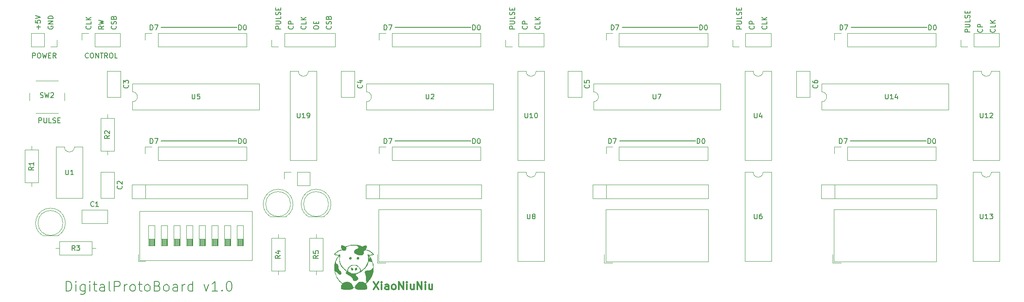
<source format=gbr>
%TF.GenerationSoftware,KiCad,Pcbnew,7.0.6*%
%TF.CreationDate,2023-07-08T12:11:32+08:00*%
%TF.ProjectId,DigitalProtoBoard,44696769-7461-46c5-9072-6f746f426f61,rev?*%
%TF.SameCoordinates,Original*%
%TF.FileFunction,Legend,Top*%
%TF.FilePolarity,Positive*%
%FSLAX46Y46*%
G04 Gerber Fmt 4.6, Leading zero omitted, Abs format (unit mm)*
G04 Created by KiCad (PCBNEW 7.0.6) date 2023-07-08 12:11:32*
%MOMM*%
%LPD*%
G01*
G04 APERTURE LIST*
%ADD10C,0.150000*%
%ADD11C,0.300000*%
%ADD12C,0.120000*%
G04 APERTURE END LIST*
D10*
X192106779Y-102104819D02*
X192106779Y-101104819D01*
X192106779Y-101104819D02*
X192344874Y-101104819D01*
X192344874Y-101104819D02*
X192487731Y-101152438D01*
X192487731Y-101152438D02*
X192582969Y-101247676D01*
X192582969Y-101247676D02*
X192630588Y-101342914D01*
X192630588Y-101342914D02*
X192678207Y-101533390D01*
X192678207Y-101533390D02*
X192678207Y-101676247D01*
X192678207Y-101676247D02*
X192630588Y-101866723D01*
X192630588Y-101866723D02*
X192582969Y-101961961D01*
X192582969Y-101961961D02*
X192487731Y-102057200D01*
X192487731Y-102057200D02*
X192344874Y-102104819D01*
X192344874Y-102104819D02*
X192106779Y-102104819D01*
X193297255Y-101104819D02*
X193392493Y-101104819D01*
X193392493Y-101104819D02*
X193487731Y-101152438D01*
X193487731Y-101152438D02*
X193535350Y-101200057D01*
X193535350Y-101200057D02*
X193582969Y-101295295D01*
X193582969Y-101295295D02*
X193630588Y-101485771D01*
X193630588Y-101485771D02*
X193630588Y-101723866D01*
X193630588Y-101723866D02*
X193582969Y-101914342D01*
X193582969Y-101914342D02*
X193535350Y-102009580D01*
X193535350Y-102009580D02*
X193487731Y-102057200D01*
X193487731Y-102057200D02*
X193392493Y-102104819D01*
X193392493Y-102104819D02*
X193297255Y-102104819D01*
X193297255Y-102104819D02*
X193202017Y-102057200D01*
X193202017Y-102057200D02*
X193154398Y-102009580D01*
X193154398Y-102009580D02*
X193106779Y-101914342D01*
X193106779Y-101914342D02*
X193059160Y-101723866D01*
X193059160Y-101723866D02*
X193059160Y-101485771D01*
X193059160Y-101485771D02*
X193106779Y-101295295D01*
X193106779Y-101295295D02*
X193154398Y-101200057D01*
X193154398Y-101200057D02*
X193202017Y-101152438D01*
X193202017Y-101152438D02*
X193297255Y-101104819D01*
X174326779Y-102104819D02*
X174326779Y-101104819D01*
X174326779Y-101104819D02*
X174564874Y-101104819D01*
X174564874Y-101104819D02*
X174707731Y-101152438D01*
X174707731Y-101152438D02*
X174802969Y-101247676D01*
X174802969Y-101247676D02*
X174850588Y-101342914D01*
X174850588Y-101342914D02*
X174898207Y-101533390D01*
X174898207Y-101533390D02*
X174898207Y-101676247D01*
X174898207Y-101676247D02*
X174850588Y-101866723D01*
X174850588Y-101866723D02*
X174802969Y-101961961D01*
X174802969Y-101961961D02*
X174707731Y-102057200D01*
X174707731Y-102057200D02*
X174564874Y-102104819D01*
X174564874Y-102104819D02*
X174326779Y-102104819D01*
X175231541Y-101104819D02*
X175898207Y-101104819D01*
X175898207Y-101104819D02*
X175469636Y-102104819D01*
X176530000Y-101600000D02*
X191770000Y-101600000D01*
X238461779Y-102104819D02*
X238461779Y-101104819D01*
X238461779Y-101104819D02*
X238699874Y-101104819D01*
X238699874Y-101104819D02*
X238842731Y-101152438D01*
X238842731Y-101152438D02*
X238937969Y-101247676D01*
X238937969Y-101247676D02*
X238985588Y-101342914D01*
X238985588Y-101342914D02*
X239033207Y-101533390D01*
X239033207Y-101533390D02*
X239033207Y-101676247D01*
X239033207Y-101676247D02*
X238985588Y-101866723D01*
X238985588Y-101866723D02*
X238937969Y-101961961D01*
X238937969Y-101961961D02*
X238842731Y-102057200D01*
X238842731Y-102057200D02*
X238699874Y-102104819D01*
X238699874Y-102104819D02*
X238461779Y-102104819D01*
X239652255Y-101104819D02*
X239747493Y-101104819D01*
X239747493Y-101104819D02*
X239842731Y-101152438D01*
X239842731Y-101152438D02*
X239890350Y-101200057D01*
X239890350Y-101200057D02*
X239937969Y-101295295D01*
X239937969Y-101295295D02*
X239985588Y-101485771D01*
X239985588Y-101485771D02*
X239985588Y-101723866D01*
X239985588Y-101723866D02*
X239937969Y-101914342D01*
X239937969Y-101914342D02*
X239890350Y-102009580D01*
X239890350Y-102009580D02*
X239842731Y-102057200D01*
X239842731Y-102057200D02*
X239747493Y-102104819D01*
X239747493Y-102104819D02*
X239652255Y-102104819D01*
X239652255Y-102104819D02*
X239557017Y-102057200D01*
X239557017Y-102057200D02*
X239509398Y-102009580D01*
X239509398Y-102009580D02*
X239461779Y-101914342D01*
X239461779Y-101914342D02*
X239414160Y-101723866D01*
X239414160Y-101723866D02*
X239414160Y-101485771D01*
X239414160Y-101485771D02*
X239461779Y-101295295D01*
X239461779Y-101295295D02*
X239509398Y-101200057D01*
X239509398Y-101200057D02*
X239557017Y-101152438D01*
X239557017Y-101152438D02*
X239652255Y-101104819D01*
X220681779Y-102104819D02*
X220681779Y-101104819D01*
X220681779Y-101104819D02*
X220919874Y-101104819D01*
X220919874Y-101104819D02*
X221062731Y-101152438D01*
X221062731Y-101152438D02*
X221157969Y-101247676D01*
X221157969Y-101247676D02*
X221205588Y-101342914D01*
X221205588Y-101342914D02*
X221253207Y-101533390D01*
X221253207Y-101533390D02*
X221253207Y-101676247D01*
X221253207Y-101676247D02*
X221205588Y-101866723D01*
X221205588Y-101866723D02*
X221157969Y-101961961D01*
X221157969Y-101961961D02*
X221062731Y-102057200D01*
X221062731Y-102057200D02*
X220919874Y-102104819D01*
X220919874Y-102104819D02*
X220681779Y-102104819D01*
X221586541Y-101104819D02*
X222253207Y-101104819D01*
X222253207Y-101104819D02*
X221824636Y-102104819D01*
X222885000Y-101600000D02*
X238125000Y-101600000D01*
X147021779Y-102104819D02*
X147021779Y-101104819D01*
X147021779Y-101104819D02*
X147259874Y-101104819D01*
X147259874Y-101104819D02*
X147402731Y-101152438D01*
X147402731Y-101152438D02*
X147497969Y-101247676D01*
X147497969Y-101247676D02*
X147545588Y-101342914D01*
X147545588Y-101342914D02*
X147593207Y-101533390D01*
X147593207Y-101533390D02*
X147593207Y-101676247D01*
X147593207Y-101676247D02*
X147545588Y-101866723D01*
X147545588Y-101866723D02*
X147497969Y-101961961D01*
X147497969Y-101961961D02*
X147402731Y-102057200D01*
X147402731Y-102057200D02*
X147259874Y-102104819D01*
X147259874Y-102104819D02*
X147021779Y-102104819D01*
X148212255Y-101104819D02*
X148307493Y-101104819D01*
X148307493Y-101104819D02*
X148402731Y-101152438D01*
X148402731Y-101152438D02*
X148450350Y-101200057D01*
X148450350Y-101200057D02*
X148497969Y-101295295D01*
X148497969Y-101295295D02*
X148545588Y-101485771D01*
X148545588Y-101485771D02*
X148545588Y-101723866D01*
X148545588Y-101723866D02*
X148497969Y-101914342D01*
X148497969Y-101914342D02*
X148450350Y-102009580D01*
X148450350Y-102009580D02*
X148402731Y-102057200D01*
X148402731Y-102057200D02*
X148307493Y-102104819D01*
X148307493Y-102104819D02*
X148212255Y-102104819D01*
X148212255Y-102104819D02*
X148117017Y-102057200D01*
X148117017Y-102057200D02*
X148069398Y-102009580D01*
X148069398Y-102009580D02*
X148021779Y-101914342D01*
X148021779Y-101914342D02*
X147974160Y-101723866D01*
X147974160Y-101723866D02*
X147974160Y-101485771D01*
X147974160Y-101485771D02*
X148021779Y-101295295D01*
X148021779Y-101295295D02*
X148069398Y-101200057D01*
X148069398Y-101200057D02*
X148117017Y-101152438D01*
X148117017Y-101152438D02*
X148212255Y-101104819D01*
X129241779Y-102104819D02*
X129241779Y-101104819D01*
X129241779Y-101104819D02*
X129479874Y-101104819D01*
X129479874Y-101104819D02*
X129622731Y-101152438D01*
X129622731Y-101152438D02*
X129717969Y-101247676D01*
X129717969Y-101247676D02*
X129765588Y-101342914D01*
X129765588Y-101342914D02*
X129813207Y-101533390D01*
X129813207Y-101533390D02*
X129813207Y-101676247D01*
X129813207Y-101676247D02*
X129765588Y-101866723D01*
X129765588Y-101866723D02*
X129717969Y-101961961D01*
X129717969Y-101961961D02*
X129622731Y-102057200D01*
X129622731Y-102057200D02*
X129479874Y-102104819D01*
X129479874Y-102104819D02*
X129241779Y-102104819D01*
X130146541Y-101104819D02*
X130813207Y-101104819D01*
X130813207Y-101104819D02*
X130384636Y-102104819D01*
X131445000Y-101600000D02*
X146685000Y-101600000D01*
X100031779Y-102104819D02*
X100031779Y-101104819D01*
X100031779Y-101104819D02*
X100269874Y-101104819D01*
X100269874Y-101104819D02*
X100412731Y-101152438D01*
X100412731Y-101152438D02*
X100507969Y-101247676D01*
X100507969Y-101247676D02*
X100555588Y-101342914D01*
X100555588Y-101342914D02*
X100603207Y-101533390D01*
X100603207Y-101533390D02*
X100603207Y-101676247D01*
X100603207Y-101676247D02*
X100555588Y-101866723D01*
X100555588Y-101866723D02*
X100507969Y-101961961D01*
X100507969Y-101961961D02*
X100412731Y-102057200D01*
X100412731Y-102057200D02*
X100269874Y-102104819D01*
X100269874Y-102104819D02*
X100031779Y-102104819D01*
X101222255Y-101104819D02*
X101317493Y-101104819D01*
X101317493Y-101104819D02*
X101412731Y-101152438D01*
X101412731Y-101152438D02*
X101460350Y-101200057D01*
X101460350Y-101200057D02*
X101507969Y-101295295D01*
X101507969Y-101295295D02*
X101555588Y-101485771D01*
X101555588Y-101485771D02*
X101555588Y-101723866D01*
X101555588Y-101723866D02*
X101507969Y-101914342D01*
X101507969Y-101914342D02*
X101460350Y-102009580D01*
X101460350Y-102009580D02*
X101412731Y-102057200D01*
X101412731Y-102057200D02*
X101317493Y-102104819D01*
X101317493Y-102104819D02*
X101222255Y-102104819D01*
X101222255Y-102104819D02*
X101127017Y-102057200D01*
X101127017Y-102057200D02*
X101079398Y-102009580D01*
X101079398Y-102009580D02*
X101031779Y-101914342D01*
X101031779Y-101914342D02*
X100984160Y-101723866D01*
X100984160Y-101723866D02*
X100984160Y-101485771D01*
X100984160Y-101485771D02*
X101031779Y-101295295D01*
X101031779Y-101295295D02*
X101079398Y-101200057D01*
X101079398Y-101200057D02*
X101127017Y-101152438D01*
X101127017Y-101152438D02*
X101222255Y-101104819D01*
X82251779Y-102104819D02*
X82251779Y-101104819D01*
X82251779Y-101104819D02*
X82489874Y-101104819D01*
X82489874Y-101104819D02*
X82632731Y-101152438D01*
X82632731Y-101152438D02*
X82727969Y-101247676D01*
X82727969Y-101247676D02*
X82775588Y-101342914D01*
X82775588Y-101342914D02*
X82823207Y-101533390D01*
X82823207Y-101533390D02*
X82823207Y-101676247D01*
X82823207Y-101676247D02*
X82775588Y-101866723D01*
X82775588Y-101866723D02*
X82727969Y-101961961D01*
X82727969Y-101961961D02*
X82632731Y-102057200D01*
X82632731Y-102057200D02*
X82489874Y-102104819D01*
X82489874Y-102104819D02*
X82251779Y-102104819D01*
X83156541Y-101104819D02*
X83823207Y-101104819D01*
X83823207Y-101104819D02*
X83394636Y-102104819D01*
X84455000Y-101600000D02*
X99695000Y-101600000D01*
X177045000Y-78740000D02*
X192285000Y-78740000D01*
X84455000Y-78740000D02*
X99695000Y-78740000D01*
X223012000Y-78740000D02*
X238252000Y-78740000D01*
X131445000Y-78740000D02*
X146685000Y-78740000D01*
X192621779Y-79244819D02*
X192621779Y-78244819D01*
X192621779Y-78244819D02*
X192859874Y-78244819D01*
X192859874Y-78244819D02*
X193002731Y-78292438D01*
X193002731Y-78292438D02*
X193097969Y-78387676D01*
X193097969Y-78387676D02*
X193145588Y-78482914D01*
X193145588Y-78482914D02*
X193193207Y-78673390D01*
X193193207Y-78673390D02*
X193193207Y-78816247D01*
X193193207Y-78816247D02*
X193145588Y-79006723D01*
X193145588Y-79006723D02*
X193097969Y-79101961D01*
X193097969Y-79101961D02*
X193002731Y-79197200D01*
X193002731Y-79197200D02*
X192859874Y-79244819D01*
X192859874Y-79244819D02*
X192621779Y-79244819D01*
X193812255Y-78244819D02*
X193907493Y-78244819D01*
X193907493Y-78244819D02*
X194002731Y-78292438D01*
X194002731Y-78292438D02*
X194050350Y-78340057D01*
X194050350Y-78340057D02*
X194097969Y-78435295D01*
X194097969Y-78435295D02*
X194145588Y-78625771D01*
X194145588Y-78625771D02*
X194145588Y-78863866D01*
X194145588Y-78863866D02*
X194097969Y-79054342D01*
X194097969Y-79054342D02*
X194050350Y-79149580D01*
X194050350Y-79149580D02*
X194002731Y-79197200D01*
X194002731Y-79197200D02*
X193907493Y-79244819D01*
X193907493Y-79244819D02*
X193812255Y-79244819D01*
X193812255Y-79244819D02*
X193717017Y-79197200D01*
X193717017Y-79197200D02*
X193669398Y-79149580D01*
X193669398Y-79149580D02*
X193621779Y-79054342D01*
X193621779Y-79054342D02*
X193574160Y-78863866D01*
X193574160Y-78863866D02*
X193574160Y-78625771D01*
X193574160Y-78625771D02*
X193621779Y-78435295D01*
X193621779Y-78435295D02*
X193669398Y-78340057D01*
X193669398Y-78340057D02*
X193717017Y-78292438D01*
X193717017Y-78292438D02*
X193812255Y-78244819D01*
X82251779Y-79244819D02*
X82251779Y-78244819D01*
X82251779Y-78244819D02*
X82489874Y-78244819D01*
X82489874Y-78244819D02*
X82632731Y-78292438D01*
X82632731Y-78292438D02*
X82727969Y-78387676D01*
X82727969Y-78387676D02*
X82775588Y-78482914D01*
X82775588Y-78482914D02*
X82823207Y-78673390D01*
X82823207Y-78673390D02*
X82823207Y-78816247D01*
X82823207Y-78816247D02*
X82775588Y-79006723D01*
X82775588Y-79006723D02*
X82727969Y-79101961D01*
X82727969Y-79101961D02*
X82632731Y-79197200D01*
X82632731Y-79197200D02*
X82489874Y-79244819D01*
X82489874Y-79244819D02*
X82251779Y-79244819D01*
X83156541Y-78244819D02*
X83823207Y-78244819D01*
X83823207Y-78244819D02*
X83394636Y-79244819D01*
X251869580Y-79101792D02*
X251917200Y-79149411D01*
X251917200Y-79149411D02*
X251964819Y-79292268D01*
X251964819Y-79292268D02*
X251964819Y-79387506D01*
X251964819Y-79387506D02*
X251917200Y-79530363D01*
X251917200Y-79530363D02*
X251821961Y-79625601D01*
X251821961Y-79625601D02*
X251726723Y-79673220D01*
X251726723Y-79673220D02*
X251536247Y-79720839D01*
X251536247Y-79720839D02*
X251393390Y-79720839D01*
X251393390Y-79720839D02*
X251202914Y-79673220D01*
X251202914Y-79673220D02*
X251107676Y-79625601D01*
X251107676Y-79625601D02*
X251012438Y-79530363D01*
X251012438Y-79530363D02*
X250964819Y-79387506D01*
X250964819Y-79387506D02*
X250964819Y-79292268D01*
X250964819Y-79292268D02*
X251012438Y-79149411D01*
X251012438Y-79149411D02*
X251060057Y-79101792D01*
X251964819Y-78197030D02*
X251964819Y-78673220D01*
X251964819Y-78673220D02*
X250964819Y-78673220D01*
X251964819Y-77863696D02*
X250964819Y-77863696D01*
X251964819Y-77292268D02*
X251393390Y-77720839D01*
X250964819Y-77292268D02*
X251536247Y-77863696D01*
X249329580Y-79101792D02*
X249377200Y-79149411D01*
X249377200Y-79149411D02*
X249424819Y-79292268D01*
X249424819Y-79292268D02*
X249424819Y-79387506D01*
X249424819Y-79387506D02*
X249377200Y-79530363D01*
X249377200Y-79530363D02*
X249281961Y-79625601D01*
X249281961Y-79625601D02*
X249186723Y-79673220D01*
X249186723Y-79673220D02*
X248996247Y-79720839D01*
X248996247Y-79720839D02*
X248853390Y-79720839D01*
X248853390Y-79720839D02*
X248662914Y-79673220D01*
X248662914Y-79673220D02*
X248567676Y-79625601D01*
X248567676Y-79625601D02*
X248472438Y-79530363D01*
X248472438Y-79530363D02*
X248424819Y-79387506D01*
X248424819Y-79387506D02*
X248424819Y-79292268D01*
X248424819Y-79292268D02*
X248472438Y-79149411D01*
X248472438Y-79149411D02*
X248520057Y-79101792D01*
X249424819Y-78673220D02*
X248424819Y-78673220D01*
X248424819Y-78673220D02*
X248424819Y-78292268D01*
X248424819Y-78292268D02*
X248472438Y-78197030D01*
X248472438Y-78197030D02*
X248520057Y-78149411D01*
X248520057Y-78149411D02*
X248615295Y-78101792D01*
X248615295Y-78101792D02*
X248758152Y-78101792D01*
X248758152Y-78101792D02*
X248853390Y-78149411D01*
X248853390Y-78149411D02*
X248901009Y-78197030D01*
X248901009Y-78197030D02*
X248948628Y-78292268D01*
X248948628Y-78292268D02*
X248948628Y-78673220D01*
X108454819Y-79038220D02*
X107454819Y-79038220D01*
X107454819Y-79038220D02*
X107454819Y-78657268D01*
X107454819Y-78657268D02*
X107502438Y-78562030D01*
X107502438Y-78562030D02*
X107550057Y-78514411D01*
X107550057Y-78514411D02*
X107645295Y-78466792D01*
X107645295Y-78466792D02*
X107788152Y-78466792D01*
X107788152Y-78466792D02*
X107883390Y-78514411D01*
X107883390Y-78514411D02*
X107931009Y-78562030D01*
X107931009Y-78562030D02*
X107978628Y-78657268D01*
X107978628Y-78657268D02*
X107978628Y-79038220D01*
X107454819Y-78038220D02*
X108264342Y-78038220D01*
X108264342Y-78038220D02*
X108359580Y-77990601D01*
X108359580Y-77990601D02*
X108407200Y-77942982D01*
X108407200Y-77942982D02*
X108454819Y-77847744D01*
X108454819Y-77847744D02*
X108454819Y-77657268D01*
X108454819Y-77657268D02*
X108407200Y-77562030D01*
X108407200Y-77562030D02*
X108359580Y-77514411D01*
X108359580Y-77514411D02*
X108264342Y-77466792D01*
X108264342Y-77466792D02*
X107454819Y-77466792D01*
X108454819Y-76514411D02*
X108454819Y-76990601D01*
X108454819Y-76990601D02*
X107454819Y-76990601D01*
X108407200Y-76228696D02*
X108454819Y-76085839D01*
X108454819Y-76085839D02*
X108454819Y-75847744D01*
X108454819Y-75847744D02*
X108407200Y-75752506D01*
X108407200Y-75752506D02*
X108359580Y-75704887D01*
X108359580Y-75704887D02*
X108264342Y-75657268D01*
X108264342Y-75657268D02*
X108169104Y-75657268D01*
X108169104Y-75657268D02*
X108073866Y-75704887D01*
X108073866Y-75704887D02*
X108026247Y-75752506D01*
X108026247Y-75752506D02*
X107978628Y-75847744D01*
X107978628Y-75847744D02*
X107931009Y-76038220D01*
X107931009Y-76038220D02*
X107883390Y-76133458D01*
X107883390Y-76133458D02*
X107835771Y-76181077D01*
X107835771Y-76181077D02*
X107740533Y-76228696D01*
X107740533Y-76228696D02*
X107645295Y-76228696D01*
X107645295Y-76228696D02*
X107550057Y-76181077D01*
X107550057Y-76181077D02*
X107502438Y-76133458D01*
X107502438Y-76133458D02*
X107454819Y-76038220D01*
X107454819Y-76038220D02*
X107454819Y-75800125D01*
X107454819Y-75800125D02*
X107502438Y-75657268D01*
X107931009Y-75228696D02*
X107931009Y-74895363D01*
X108454819Y-74752506D02*
X108454819Y-75228696D01*
X108454819Y-75228696D02*
X107454819Y-75228696D01*
X107454819Y-75228696D02*
X107454819Y-74752506D01*
X118519580Y-78466792D02*
X118567200Y-78514411D01*
X118567200Y-78514411D02*
X118614819Y-78657268D01*
X118614819Y-78657268D02*
X118614819Y-78752506D01*
X118614819Y-78752506D02*
X118567200Y-78895363D01*
X118567200Y-78895363D02*
X118471961Y-78990601D01*
X118471961Y-78990601D02*
X118376723Y-79038220D01*
X118376723Y-79038220D02*
X118186247Y-79085839D01*
X118186247Y-79085839D02*
X118043390Y-79085839D01*
X118043390Y-79085839D02*
X117852914Y-79038220D01*
X117852914Y-79038220D02*
X117757676Y-78990601D01*
X117757676Y-78990601D02*
X117662438Y-78895363D01*
X117662438Y-78895363D02*
X117614819Y-78752506D01*
X117614819Y-78752506D02*
X117614819Y-78657268D01*
X117614819Y-78657268D02*
X117662438Y-78514411D01*
X117662438Y-78514411D02*
X117710057Y-78466792D01*
X118567200Y-78085839D02*
X118614819Y-77942982D01*
X118614819Y-77942982D02*
X118614819Y-77704887D01*
X118614819Y-77704887D02*
X118567200Y-77609649D01*
X118567200Y-77609649D02*
X118519580Y-77562030D01*
X118519580Y-77562030D02*
X118424342Y-77514411D01*
X118424342Y-77514411D02*
X118329104Y-77514411D01*
X118329104Y-77514411D02*
X118233866Y-77562030D01*
X118233866Y-77562030D02*
X118186247Y-77609649D01*
X118186247Y-77609649D02*
X118138628Y-77704887D01*
X118138628Y-77704887D02*
X118091009Y-77895363D01*
X118091009Y-77895363D02*
X118043390Y-77990601D01*
X118043390Y-77990601D02*
X117995771Y-78038220D01*
X117995771Y-78038220D02*
X117900533Y-78085839D01*
X117900533Y-78085839D02*
X117805295Y-78085839D01*
X117805295Y-78085839D02*
X117710057Y-78038220D01*
X117710057Y-78038220D02*
X117662438Y-77990601D01*
X117662438Y-77990601D02*
X117614819Y-77895363D01*
X117614819Y-77895363D02*
X117614819Y-77657268D01*
X117614819Y-77657268D02*
X117662438Y-77514411D01*
X118091009Y-76752506D02*
X118138628Y-76609649D01*
X118138628Y-76609649D02*
X118186247Y-76562030D01*
X118186247Y-76562030D02*
X118281485Y-76514411D01*
X118281485Y-76514411D02*
X118424342Y-76514411D01*
X118424342Y-76514411D02*
X118519580Y-76562030D01*
X118519580Y-76562030D02*
X118567200Y-76609649D01*
X118567200Y-76609649D02*
X118614819Y-76704887D01*
X118614819Y-76704887D02*
X118614819Y-77085839D01*
X118614819Y-77085839D02*
X117614819Y-77085839D01*
X117614819Y-77085839D02*
X117614819Y-76752506D01*
X117614819Y-76752506D02*
X117662438Y-76657268D01*
X117662438Y-76657268D02*
X117710057Y-76609649D01*
X117710057Y-76609649D02*
X117805295Y-76562030D01*
X117805295Y-76562030D02*
X117900533Y-76562030D01*
X117900533Y-76562030D02*
X117995771Y-76609649D01*
X117995771Y-76609649D02*
X118043390Y-76657268D01*
X118043390Y-76657268D02*
X118091009Y-76752506D01*
X118091009Y-76752506D02*
X118091009Y-77085839D01*
X75339580Y-78466792D02*
X75387200Y-78514411D01*
X75387200Y-78514411D02*
X75434819Y-78657268D01*
X75434819Y-78657268D02*
X75434819Y-78752506D01*
X75434819Y-78752506D02*
X75387200Y-78895363D01*
X75387200Y-78895363D02*
X75291961Y-78990601D01*
X75291961Y-78990601D02*
X75196723Y-79038220D01*
X75196723Y-79038220D02*
X75006247Y-79085839D01*
X75006247Y-79085839D02*
X74863390Y-79085839D01*
X74863390Y-79085839D02*
X74672914Y-79038220D01*
X74672914Y-79038220D02*
X74577676Y-78990601D01*
X74577676Y-78990601D02*
X74482438Y-78895363D01*
X74482438Y-78895363D02*
X74434819Y-78752506D01*
X74434819Y-78752506D02*
X74434819Y-78657268D01*
X74434819Y-78657268D02*
X74482438Y-78514411D01*
X74482438Y-78514411D02*
X74530057Y-78466792D01*
X75387200Y-78085839D02*
X75434819Y-77942982D01*
X75434819Y-77942982D02*
X75434819Y-77704887D01*
X75434819Y-77704887D02*
X75387200Y-77609649D01*
X75387200Y-77609649D02*
X75339580Y-77562030D01*
X75339580Y-77562030D02*
X75244342Y-77514411D01*
X75244342Y-77514411D02*
X75149104Y-77514411D01*
X75149104Y-77514411D02*
X75053866Y-77562030D01*
X75053866Y-77562030D02*
X75006247Y-77609649D01*
X75006247Y-77609649D02*
X74958628Y-77704887D01*
X74958628Y-77704887D02*
X74911009Y-77895363D01*
X74911009Y-77895363D02*
X74863390Y-77990601D01*
X74863390Y-77990601D02*
X74815771Y-78038220D01*
X74815771Y-78038220D02*
X74720533Y-78085839D01*
X74720533Y-78085839D02*
X74625295Y-78085839D01*
X74625295Y-78085839D02*
X74530057Y-78038220D01*
X74530057Y-78038220D02*
X74482438Y-77990601D01*
X74482438Y-77990601D02*
X74434819Y-77895363D01*
X74434819Y-77895363D02*
X74434819Y-77657268D01*
X74434819Y-77657268D02*
X74482438Y-77514411D01*
X74911009Y-76752506D02*
X74958628Y-76609649D01*
X74958628Y-76609649D02*
X75006247Y-76562030D01*
X75006247Y-76562030D02*
X75101485Y-76514411D01*
X75101485Y-76514411D02*
X75244342Y-76514411D01*
X75244342Y-76514411D02*
X75339580Y-76562030D01*
X75339580Y-76562030D02*
X75387200Y-76609649D01*
X75387200Y-76609649D02*
X75434819Y-76704887D01*
X75434819Y-76704887D02*
X75434819Y-77085839D01*
X75434819Y-77085839D02*
X74434819Y-77085839D01*
X74434819Y-77085839D02*
X74434819Y-76752506D01*
X74434819Y-76752506D02*
X74482438Y-76657268D01*
X74482438Y-76657268D02*
X74530057Y-76609649D01*
X74530057Y-76609649D02*
X74625295Y-76562030D01*
X74625295Y-76562030D02*
X74720533Y-76562030D01*
X74720533Y-76562030D02*
X74815771Y-76609649D01*
X74815771Y-76609649D02*
X74863390Y-76657268D01*
X74863390Y-76657268D02*
X74911009Y-76752506D01*
X74911009Y-76752506D02*
X74911009Y-77085839D01*
X157889580Y-78466792D02*
X157937200Y-78514411D01*
X157937200Y-78514411D02*
X157984819Y-78657268D01*
X157984819Y-78657268D02*
X157984819Y-78752506D01*
X157984819Y-78752506D02*
X157937200Y-78895363D01*
X157937200Y-78895363D02*
X157841961Y-78990601D01*
X157841961Y-78990601D02*
X157746723Y-79038220D01*
X157746723Y-79038220D02*
X157556247Y-79085839D01*
X157556247Y-79085839D02*
X157413390Y-79085839D01*
X157413390Y-79085839D02*
X157222914Y-79038220D01*
X157222914Y-79038220D02*
X157127676Y-78990601D01*
X157127676Y-78990601D02*
X157032438Y-78895363D01*
X157032438Y-78895363D02*
X156984819Y-78752506D01*
X156984819Y-78752506D02*
X156984819Y-78657268D01*
X156984819Y-78657268D02*
X157032438Y-78514411D01*
X157032438Y-78514411D02*
X157080057Y-78466792D01*
X157984819Y-78038220D02*
X156984819Y-78038220D01*
X156984819Y-78038220D02*
X156984819Y-77657268D01*
X156984819Y-77657268D02*
X157032438Y-77562030D01*
X157032438Y-77562030D02*
X157080057Y-77514411D01*
X157080057Y-77514411D02*
X157175295Y-77466792D01*
X157175295Y-77466792D02*
X157318152Y-77466792D01*
X157318152Y-77466792D02*
X157413390Y-77514411D01*
X157413390Y-77514411D02*
X157461009Y-77562030D01*
X157461009Y-77562030D02*
X157508628Y-77657268D01*
X157508628Y-77657268D02*
X157508628Y-78038220D01*
X115074819Y-78847744D02*
X115074819Y-78657268D01*
X115074819Y-78657268D02*
X115122438Y-78562030D01*
X115122438Y-78562030D02*
X115217676Y-78466792D01*
X115217676Y-78466792D02*
X115408152Y-78419173D01*
X115408152Y-78419173D02*
X115741485Y-78419173D01*
X115741485Y-78419173D02*
X115931961Y-78466792D01*
X115931961Y-78466792D02*
X116027200Y-78562030D01*
X116027200Y-78562030D02*
X116074819Y-78657268D01*
X116074819Y-78657268D02*
X116074819Y-78847744D01*
X116074819Y-78847744D02*
X116027200Y-78942982D01*
X116027200Y-78942982D02*
X115931961Y-79038220D01*
X115931961Y-79038220D02*
X115741485Y-79085839D01*
X115741485Y-79085839D02*
X115408152Y-79085839D01*
X115408152Y-79085839D02*
X115217676Y-79038220D01*
X115217676Y-79038220D02*
X115122438Y-78942982D01*
X115122438Y-78942982D02*
X115074819Y-78847744D01*
X115551009Y-77990601D02*
X115551009Y-77657268D01*
X116074819Y-77514411D02*
X116074819Y-77990601D01*
X116074819Y-77990601D02*
X115074819Y-77990601D01*
X115074819Y-77990601D02*
X115074819Y-77514411D01*
X113439580Y-78466792D02*
X113487200Y-78514411D01*
X113487200Y-78514411D02*
X113534819Y-78657268D01*
X113534819Y-78657268D02*
X113534819Y-78752506D01*
X113534819Y-78752506D02*
X113487200Y-78895363D01*
X113487200Y-78895363D02*
X113391961Y-78990601D01*
X113391961Y-78990601D02*
X113296723Y-79038220D01*
X113296723Y-79038220D02*
X113106247Y-79085839D01*
X113106247Y-79085839D02*
X112963390Y-79085839D01*
X112963390Y-79085839D02*
X112772914Y-79038220D01*
X112772914Y-79038220D02*
X112677676Y-78990601D01*
X112677676Y-78990601D02*
X112582438Y-78895363D01*
X112582438Y-78895363D02*
X112534819Y-78752506D01*
X112534819Y-78752506D02*
X112534819Y-78657268D01*
X112534819Y-78657268D02*
X112582438Y-78514411D01*
X112582438Y-78514411D02*
X112630057Y-78466792D01*
X113534819Y-77562030D02*
X113534819Y-78038220D01*
X113534819Y-78038220D02*
X112534819Y-78038220D01*
X113534819Y-77228696D02*
X112534819Y-77228696D01*
X113534819Y-76657268D02*
X112963390Y-77085839D01*
X112534819Y-76657268D02*
X113106247Y-77228696D01*
X147021779Y-79244819D02*
X147021779Y-78244819D01*
X147021779Y-78244819D02*
X147259874Y-78244819D01*
X147259874Y-78244819D02*
X147402731Y-78292438D01*
X147402731Y-78292438D02*
X147497969Y-78387676D01*
X147497969Y-78387676D02*
X147545588Y-78482914D01*
X147545588Y-78482914D02*
X147593207Y-78673390D01*
X147593207Y-78673390D02*
X147593207Y-78816247D01*
X147593207Y-78816247D02*
X147545588Y-79006723D01*
X147545588Y-79006723D02*
X147497969Y-79101961D01*
X147497969Y-79101961D02*
X147402731Y-79197200D01*
X147402731Y-79197200D02*
X147259874Y-79244819D01*
X147259874Y-79244819D02*
X147021779Y-79244819D01*
X148212255Y-78244819D02*
X148307493Y-78244819D01*
X148307493Y-78244819D02*
X148402731Y-78292438D01*
X148402731Y-78292438D02*
X148450350Y-78340057D01*
X148450350Y-78340057D02*
X148497969Y-78435295D01*
X148497969Y-78435295D02*
X148545588Y-78625771D01*
X148545588Y-78625771D02*
X148545588Y-78863866D01*
X148545588Y-78863866D02*
X148497969Y-79054342D01*
X148497969Y-79054342D02*
X148450350Y-79149580D01*
X148450350Y-79149580D02*
X148402731Y-79197200D01*
X148402731Y-79197200D02*
X148307493Y-79244819D01*
X148307493Y-79244819D02*
X148212255Y-79244819D01*
X148212255Y-79244819D02*
X148117017Y-79197200D01*
X148117017Y-79197200D02*
X148069398Y-79149580D01*
X148069398Y-79149580D02*
X148021779Y-79054342D01*
X148021779Y-79054342D02*
X147974160Y-78863866D01*
X147974160Y-78863866D02*
X147974160Y-78625771D01*
X147974160Y-78625771D02*
X148021779Y-78435295D01*
X148021779Y-78435295D02*
X148069398Y-78340057D01*
X148069398Y-78340057D02*
X148117017Y-78292438D01*
X148117017Y-78292438D02*
X148212255Y-78244819D01*
X70259580Y-78466792D02*
X70307200Y-78514411D01*
X70307200Y-78514411D02*
X70354819Y-78657268D01*
X70354819Y-78657268D02*
X70354819Y-78752506D01*
X70354819Y-78752506D02*
X70307200Y-78895363D01*
X70307200Y-78895363D02*
X70211961Y-78990601D01*
X70211961Y-78990601D02*
X70116723Y-79038220D01*
X70116723Y-79038220D02*
X69926247Y-79085839D01*
X69926247Y-79085839D02*
X69783390Y-79085839D01*
X69783390Y-79085839D02*
X69592914Y-79038220D01*
X69592914Y-79038220D02*
X69497676Y-78990601D01*
X69497676Y-78990601D02*
X69402438Y-78895363D01*
X69402438Y-78895363D02*
X69354819Y-78752506D01*
X69354819Y-78752506D02*
X69354819Y-78657268D01*
X69354819Y-78657268D02*
X69402438Y-78514411D01*
X69402438Y-78514411D02*
X69450057Y-78466792D01*
X70354819Y-77562030D02*
X70354819Y-78038220D01*
X70354819Y-78038220D02*
X69354819Y-78038220D01*
X70354819Y-77228696D02*
X69354819Y-77228696D01*
X70354819Y-76657268D02*
X69783390Y-77085839D01*
X69354819Y-76657268D02*
X69926247Y-77228696D01*
X160429580Y-78466792D02*
X160477200Y-78514411D01*
X160477200Y-78514411D02*
X160524819Y-78657268D01*
X160524819Y-78657268D02*
X160524819Y-78752506D01*
X160524819Y-78752506D02*
X160477200Y-78895363D01*
X160477200Y-78895363D02*
X160381961Y-78990601D01*
X160381961Y-78990601D02*
X160286723Y-79038220D01*
X160286723Y-79038220D02*
X160096247Y-79085839D01*
X160096247Y-79085839D02*
X159953390Y-79085839D01*
X159953390Y-79085839D02*
X159762914Y-79038220D01*
X159762914Y-79038220D02*
X159667676Y-78990601D01*
X159667676Y-78990601D02*
X159572438Y-78895363D01*
X159572438Y-78895363D02*
X159524819Y-78752506D01*
X159524819Y-78752506D02*
X159524819Y-78657268D01*
X159524819Y-78657268D02*
X159572438Y-78514411D01*
X159572438Y-78514411D02*
X159620057Y-78466792D01*
X160524819Y-77562030D02*
X160524819Y-78038220D01*
X160524819Y-78038220D02*
X159524819Y-78038220D01*
X160524819Y-77228696D02*
X159524819Y-77228696D01*
X160524819Y-76657268D02*
X159953390Y-77085839D01*
X159524819Y-76657268D02*
X160096247Y-77228696D01*
X65344874Y-131827438D02*
X65344874Y-129827438D01*
X65344874Y-129827438D02*
X65821064Y-129827438D01*
X65821064Y-129827438D02*
X66106779Y-129922676D01*
X66106779Y-129922676D02*
X66297255Y-130113152D01*
X66297255Y-130113152D02*
X66392493Y-130303628D01*
X66392493Y-130303628D02*
X66487731Y-130684580D01*
X66487731Y-130684580D02*
X66487731Y-130970295D01*
X66487731Y-130970295D02*
X66392493Y-131351247D01*
X66392493Y-131351247D02*
X66297255Y-131541723D01*
X66297255Y-131541723D02*
X66106779Y-131732200D01*
X66106779Y-131732200D02*
X65821064Y-131827438D01*
X65821064Y-131827438D02*
X65344874Y-131827438D01*
X67344874Y-131827438D02*
X67344874Y-130494104D01*
X67344874Y-129827438D02*
X67249636Y-129922676D01*
X67249636Y-129922676D02*
X67344874Y-130017914D01*
X67344874Y-130017914D02*
X67440112Y-129922676D01*
X67440112Y-129922676D02*
X67344874Y-129827438D01*
X67344874Y-129827438D02*
X67344874Y-130017914D01*
X69154398Y-130494104D02*
X69154398Y-132113152D01*
X69154398Y-132113152D02*
X69059160Y-132303628D01*
X69059160Y-132303628D02*
X68963922Y-132398866D01*
X68963922Y-132398866D02*
X68773445Y-132494104D01*
X68773445Y-132494104D02*
X68487731Y-132494104D01*
X68487731Y-132494104D02*
X68297255Y-132398866D01*
X69154398Y-131732200D02*
X68963922Y-131827438D01*
X68963922Y-131827438D02*
X68582969Y-131827438D01*
X68582969Y-131827438D02*
X68392493Y-131732200D01*
X68392493Y-131732200D02*
X68297255Y-131636961D01*
X68297255Y-131636961D02*
X68202017Y-131446485D01*
X68202017Y-131446485D02*
X68202017Y-130875057D01*
X68202017Y-130875057D02*
X68297255Y-130684580D01*
X68297255Y-130684580D02*
X68392493Y-130589342D01*
X68392493Y-130589342D02*
X68582969Y-130494104D01*
X68582969Y-130494104D02*
X68963922Y-130494104D01*
X68963922Y-130494104D02*
X69154398Y-130589342D01*
X70106779Y-131827438D02*
X70106779Y-130494104D01*
X70106779Y-129827438D02*
X70011541Y-129922676D01*
X70011541Y-129922676D02*
X70106779Y-130017914D01*
X70106779Y-130017914D02*
X70202017Y-129922676D01*
X70202017Y-129922676D02*
X70106779Y-129827438D01*
X70106779Y-129827438D02*
X70106779Y-130017914D01*
X70773446Y-130494104D02*
X71535350Y-130494104D01*
X71059160Y-129827438D02*
X71059160Y-131541723D01*
X71059160Y-131541723D02*
X71154398Y-131732200D01*
X71154398Y-131732200D02*
X71344874Y-131827438D01*
X71344874Y-131827438D02*
X71535350Y-131827438D01*
X73059160Y-131827438D02*
X73059160Y-130779819D01*
X73059160Y-130779819D02*
X72963922Y-130589342D01*
X72963922Y-130589342D02*
X72773446Y-130494104D01*
X72773446Y-130494104D02*
X72392493Y-130494104D01*
X72392493Y-130494104D02*
X72202017Y-130589342D01*
X73059160Y-131732200D02*
X72868684Y-131827438D01*
X72868684Y-131827438D02*
X72392493Y-131827438D01*
X72392493Y-131827438D02*
X72202017Y-131732200D01*
X72202017Y-131732200D02*
X72106779Y-131541723D01*
X72106779Y-131541723D02*
X72106779Y-131351247D01*
X72106779Y-131351247D02*
X72202017Y-131160771D01*
X72202017Y-131160771D02*
X72392493Y-131065533D01*
X72392493Y-131065533D02*
X72868684Y-131065533D01*
X72868684Y-131065533D02*
X73059160Y-130970295D01*
X74297255Y-131827438D02*
X74106779Y-131732200D01*
X74106779Y-131732200D02*
X74011541Y-131541723D01*
X74011541Y-131541723D02*
X74011541Y-129827438D01*
X75059160Y-131827438D02*
X75059160Y-129827438D01*
X75059160Y-129827438D02*
X75821065Y-129827438D01*
X75821065Y-129827438D02*
X76011541Y-129922676D01*
X76011541Y-129922676D02*
X76106779Y-130017914D01*
X76106779Y-130017914D02*
X76202017Y-130208390D01*
X76202017Y-130208390D02*
X76202017Y-130494104D01*
X76202017Y-130494104D02*
X76106779Y-130684580D01*
X76106779Y-130684580D02*
X76011541Y-130779819D01*
X76011541Y-130779819D02*
X75821065Y-130875057D01*
X75821065Y-130875057D02*
X75059160Y-130875057D01*
X77059160Y-131827438D02*
X77059160Y-130494104D01*
X77059160Y-130875057D02*
X77154398Y-130684580D01*
X77154398Y-130684580D02*
X77249636Y-130589342D01*
X77249636Y-130589342D02*
X77440112Y-130494104D01*
X77440112Y-130494104D02*
X77630589Y-130494104D01*
X78582969Y-131827438D02*
X78392493Y-131732200D01*
X78392493Y-131732200D02*
X78297255Y-131636961D01*
X78297255Y-131636961D02*
X78202017Y-131446485D01*
X78202017Y-131446485D02*
X78202017Y-130875057D01*
X78202017Y-130875057D02*
X78297255Y-130684580D01*
X78297255Y-130684580D02*
X78392493Y-130589342D01*
X78392493Y-130589342D02*
X78582969Y-130494104D01*
X78582969Y-130494104D02*
X78868684Y-130494104D01*
X78868684Y-130494104D02*
X79059160Y-130589342D01*
X79059160Y-130589342D02*
X79154398Y-130684580D01*
X79154398Y-130684580D02*
X79249636Y-130875057D01*
X79249636Y-130875057D02*
X79249636Y-131446485D01*
X79249636Y-131446485D02*
X79154398Y-131636961D01*
X79154398Y-131636961D02*
X79059160Y-131732200D01*
X79059160Y-131732200D02*
X78868684Y-131827438D01*
X78868684Y-131827438D02*
X78582969Y-131827438D01*
X79821065Y-130494104D02*
X80582969Y-130494104D01*
X80106779Y-129827438D02*
X80106779Y-131541723D01*
X80106779Y-131541723D02*
X80202017Y-131732200D01*
X80202017Y-131732200D02*
X80392493Y-131827438D01*
X80392493Y-131827438D02*
X80582969Y-131827438D01*
X81535350Y-131827438D02*
X81344874Y-131732200D01*
X81344874Y-131732200D02*
X81249636Y-131636961D01*
X81249636Y-131636961D02*
X81154398Y-131446485D01*
X81154398Y-131446485D02*
X81154398Y-130875057D01*
X81154398Y-130875057D02*
X81249636Y-130684580D01*
X81249636Y-130684580D02*
X81344874Y-130589342D01*
X81344874Y-130589342D02*
X81535350Y-130494104D01*
X81535350Y-130494104D02*
X81821065Y-130494104D01*
X81821065Y-130494104D02*
X82011541Y-130589342D01*
X82011541Y-130589342D02*
X82106779Y-130684580D01*
X82106779Y-130684580D02*
X82202017Y-130875057D01*
X82202017Y-130875057D02*
X82202017Y-131446485D01*
X82202017Y-131446485D02*
X82106779Y-131636961D01*
X82106779Y-131636961D02*
X82011541Y-131732200D01*
X82011541Y-131732200D02*
X81821065Y-131827438D01*
X81821065Y-131827438D02*
X81535350Y-131827438D01*
X83725827Y-130779819D02*
X84011541Y-130875057D01*
X84011541Y-130875057D02*
X84106779Y-130970295D01*
X84106779Y-130970295D02*
X84202017Y-131160771D01*
X84202017Y-131160771D02*
X84202017Y-131446485D01*
X84202017Y-131446485D02*
X84106779Y-131636961D01*
X84106779Y-131636961D02*
X84011541Y-131732200D01*
X84011541Y-131732200D02*
X83821065Y-131827438D01*
X83821065Y-131827438D02*
X83059160Y-131827438D01*
X83059160Y-131827438D02*
X83059160Y-129827438D01*
X83059160Y-129827438D02*
X83725827Y-129827438D01*
X83725827Y-129827438D02*
X83916303Y-129922676D01*
X83916303Y-129922676D02*
X84011541Y-130017914D01*
X84011541Y-130017914D02*
X84106779Y-130208390D01*
X84106779Y-130208390D02*
X84106779Y-130398866D01*
X84106779Y-130398866D02*
X84011541Y-130589342D01*
X84011541Y-130589342D02*
X83916303Y-130684580D01*
X83916303Y-130684580D02*
X83725827Y-130779819D01*
X83725827Y-130779819D02*
X83059160Y-130779819D01*
X85344874Y-131827438D02*
X85154398Y-131732200D01*
X85154398Y-131732200D02*
X85059160Y-131636961D01*
X85059160Y-131636961D02*
X84963922Y-131446485D01*
X84963922Y-131446485D02*
X84963922Y-130875057D01*
X84963922Y-130875057D02*
X85059160Y-130684580D01*
X85059160Y-130684580D02*
X85154398Y-130589342D01*
X85154398Y-130589342D02*
X85344874Y-130494104D01*
X85344874Y-130494104D02*
X85630589Y-130494104D01*
X85630589Y-130494104D02*
X85821065Y-130589342D01*
X85821065Y-130589342D02*
X85916303Y-130684580D01*
X85916303Y-130684580D02*
X86011541Y-130875057D01*
X86011541Y-130875057D02*
X86011541Y-131446485D01*
X86011541Y-131446485D02*
X85916303Y-131636961D01*
X85916303Y-131636961D02*
X85821065Y-131732200D01*
X85821065Y-131732200D02*
X85630589Y-131827438D01*
X85630589Y-131827438D02*
X85344874Y-131827438D01*
X87725827Y-131827438D02*
X87725827Y-130779819D01*
X87725827Y-130779819D02*
X87630589Y-130589342D01*
X87630589Y-130589342D02*
X87440113Y-130494104D01*
X87440113Y-130494104D02*
X87059160Y-130494104D01*
X87059160Y-130494104D02*
X86868684Y-130589342D01*
X87725827Y-131732200D02*
X87535351Y-131827438D01*
X87535351Y-131827438D02*
X87059160Y-131827438D01*
X87059160Y-131827438D02*
X86868684Y-131732200D01*
X86868684Y-131732200D02*
X86773446Y-131541723D01*
X86773446Y-131541723D02*
X86773446Y-131351247D01*
X86773446Y-131351247D02*
X86868684Y-131160771D01*
X86868684Y-131160771D02*
X87059160Y-131065533D01*
X87059160Y-131065533D02*
X87535351Y-131065533D01*
X87535351Y-131065533D02*
X87725827Y-130970295D01*
X88678208Y-131827438D02*
X88678208Y-130494104D01*
X88678208Y-130875057D02*
X88773446Y-130684580D01*
X88773446Y-130684580D02*
X88868684Y-130589342D01*
X88868684Y-130589342D02*
X89059160Y-130494104D01*
X89059160Y-130494104D02*
X89249637Y-130494104D01*
X90773446Y-131827438D02*
X90773446Y-129827438D01*
X90773446Y-131732200D02*
X90582970Y-131827438D01*
X90582970Y-131827438D02*
X90202017Y-131827438D01*
X90202017Y-131827438D02*
X90011541Y-131732200D01*
X90011541Y-131732200D02*
X89916303Y-131636961D01*
X89916303Y-131636961D02*
X89821065Y-131446485D01*
X89821065Y-131446485D02*
X89821065Y-130875057D01*
X89821065Y-130875057D02*
X89916303Y-130684580D01*
X89916303Y-130684580D02*
X90011541Y-130589342D01*
X90011541Y-130589342D02*
X90202017Y-130494104D01*
X90202017Y-130494104D02*
X90582970Y-130494104D01*
X90582970Y-130494104D02*
X90773446Y-130589342D01*
X93059161Y-130494104D02*
X93535351Y-131827438D01*
X93535351Y-131827438D02*
X94011542Y-130494104D01*
X95821066Y-131827438D02*
X94678209Y-131827438D01*
X95249637Y-131827438D02*
X95249637Y-129827438D01*
X95249637Y-129827438D02*
X95059161Y-130113152D01*
X95059161Y-130113152D02*
X94868685Y-130303628D01*
X94868685Y-130303628D02*
X94678209Y-130398866D01*
X96678209Y-131636961D02*
X96773447Y-131732200D01*
X96773447Y-131732200D02*
X96678209Y-131827438D01*
X96678209Y-131827438D02*
X96582971Y-131732200D01*
X96582971Y-131732200D02*
X96678209Y-131636961D01*
X96678209Y-131636961D02*
X96678209Y-131827438D01*
X98011542Y-129827438D02*
X98202019Y-129827438D01*
X98202019Y-129827438D02*
X98392495Y-129922676D01*
X98392495Y-129922676D02*
X98487733Y-130017914D01*
X98487733Y-130017914D02*
X98582971Y-130208390D01*
X98582971Y-130208390D02*
X98678209Y-130589342D01*
X98678209Y-130589342D02*
X98678209Y-131065533D01*
X98678209Y-131065533D02*
X98582971Y-131446485D01*
X98582971Y-131446485D02*
X98487733Y-131636961D01*
X98487733Y-131636961D02*
X98392495Y-131732200D01*
X98392495Y-131732200D02*
X98202019Y-131827438D01*
X98202019Y-131827438D02*
X98011542Y-131827438D01*
X98011542Y-131827438D02*
X97821066Y-131732200D01*
X97821066Y-131732200D02*
X97725828Y-131636961D01*
X97725828Y-131636961D02*
X97630590Y-131446485D01*
X97630590Y-131446485D02*
X97535352Y-131065533D01*
X97535352Y-131065533D02*
X97535352Y-130589342D01*
X97535352Y-130589342D02*
X97630590Y-130208390D01*
X97630590Y-130208390D02*
X97725828Y-130017914D01*
X97725828Y-130017914D02*
X97821066Y-129922676D01*
X97821066Y-129922676D02*
X98011542Y-129827438D01*
X246884819Y-79673220D02*
X245884819Y-79673220D01*
X245884819Y-79673220D02*
X245884819Y-79292268D01*
X245884819Y-79292268D02*
X245932438Y-79197030D01*
X245932438Y-79197030D02*
X245980057Y-79149411D01*
X245980057Y-79149411D02*
X246075295Y-79101792D01*
X246075295Y-79101792D02*
X246218152Y-79101792D01*
X246218152Y-79101792D02*
X246313390Y-79149411D01*
X246313390Y-79149411D02*
X246361009Y-79197030D01*
X246361009Y-79197030D02*
X246408628Y-79292268D01*
X246408628Y-79292268D02*
X246408628Y-79673220D01*
X245884819Y-78673220D02*
X246694342Y-78673220D01*
X246694342Y-78673220D02*
X246789580Y-78625601D01*
X246789580Y-78625601D02*
X246837200Y-78577982D01*
X246837200Y-78577982D02*
X246884819Y-78482744D01*
X246884819Y-78482744D02*
X246884819Y-78292268D01*
X246884819Y-78292268D02*
X246837200Y-78197030D01*
X246837200Y-78197030D02*
X246789580Y-78149411D01*
X246789580Y-78149411D02*
X246694342Y-78101792D01*
X246694342Y-78101792D02*
X245884819Y-78101792D01*
X246884819Y-77149411D02*
X246884819Y-77625601D01*
X246884819Y-77625601D02*
X245884819Y-77625601D01*
X246837200Y-76863696D02*
X246884819Y-76720839D01*
X246884819Y-76720839D02*
X246884819Y-76482744D01*
X246884819Y-76482744D02*
X246837200Y-76387506D01*
X246837200Y-76387506D02*
X246789580Y-76339887D01*
X246789580Y-76339887D02*
X246694342Y-76292268D01*
X246694342Y-76292268D02*
X246599104Y-76292268D01*
X246599104Y-76292268D02*
X246503866Y-76339887D01*
X246503866Y-76339887D02*
X246456247Y-76387506D01*
X246456247Y-76387506D02*
X246408628Y-76482744D01*
X246408628Y-76482744D02*
X246361009Y-76673220D01*
X246361009Y-76673220D02*
X246313390Y-76768458D01*
X246313390Y-76768458D02*
X246265771Y-76816077D01*
X246265771Y-76816077D02*
X246170533Y-76863696D01*
X246170533Y-76863696D02*
X246075295Y-76863696D01*
X246075295Y-76863696D02*
X245980057Y-76816077D01*
X245980057Y-76816077D02*
X245932438Y-76768458D01*
X245932438Y-76768458D02*
X245884819Y-76673220D01*
X245884819Y-76673220D02*
X245884819Y-76435125D01*
X245884819Y-76435125D02*
X245932438Y-76292268D01*
X246361009Y-75863696D02*
X246361009Y-75530363D01*
X246884819Y-75387506D02*
X246884819Y-75863696D01*
X246884819Y-75863696D02*
X245884819Y-75863696D01*
X245884819Y-75863696D02*
X245884819Y-75387506D01*
X61782438Y-78514411D02*
X61734819Y-78609649D01*
X61734819Y-78609649D02*
X61734819Y-78752506D01*
X61734819Y-78752506D02*
X61782438Y-78895363D01*
X61782438Y-78895363D02*
X61877676Y-78990601D01*
X61877676Y-78990601D02*
X61972914Y-79038220D01*
X61972914Y-79038220D02*
X62163390Y-79085839D01*
X62163390Y-79085839D02*
X62306247Y-79085839D01*
X62306247Y-79085839D02*
X62496723Y-79038220D01*
X62496723Y-79038220D02*
X62591961Y-78990601D01*
X62591961Y-78990601D02*
X62687200Y-78895363D01*
X62687200Y-78895363D02*
X62734819Y-78752506D01*
X62734819Y-78752506D02*
X62734819Y-78657268D01*
X62734819Y-78657268D02*
X62687200Y-78514411D01*
X62687200Y-78514411D02*
X62639580Y-78466792D01*
X62639580Y-78466792D02*
X62306247Y-78466792D01*
X62306247Y-78466792D02*
X62306247Y-78657268D01*
X62734819Y-78038220D02*
X61734819Y-78038220D01*
X61734819Y-78038220D02*
X62734819Y-77466792D01*
X62734819Y-77466792D02*
X61734819Y-77466792D01*
X62734819Y-76990601D02*
X61734819Y-76990601D01*
X61734819Y-76990601D02*
X61734819Y-76752506D01*
X61734819Y-76752506D02*
X61782438Y-76609649D01*
X61782438Y-76609649D02*
X61877676Y-76514411D01*
X61877676Y-76514411D02*
X61972914Y-76466792D01*
X61972914Y-76466792D02*
X62163390Y-76419173D01*
X62163390Y-76419173D02*
X62306247Y-76419173D01*
X62306247Y-76419173D02*
X62496723Y-76466792D01*
X62496723Y-76466792D02*
X62591961Y-76514411D01*
X62591961Y-76514411D02*
X62687200Y-76609649D01*
X62687200Y-76609649D02*
X62734819Y-76752506D01*
X62734819Y-76752506D02*
X62734819Y-76990601D01*
X220808779Y-79244819D02*
X220808779Y-78244819D01*
X220808779Y-78244819D02*
X221046874Y-78244819D01*
X221046874Y-78244819D02*
X221189731Y-78292438D01*
X221189731Y-78292438D02*
X221284969Y-78387676D01*
X221284969Y-78387676D02*
X221332588Y-78482914D01*
X221332588Y-78482914D02*
X221380207Y-78673390D01*
X221380207Y-78673390D02*
X221380207Y-78816247D01*
X221380207Y-78816247D02*
X221332588Y-79006723D01*
X221332588Y-79006723D02*
X221284969Y-79101961D01*
X221284969Y-79101961D02*
X221189731Y-79197200D01*
X221189731Y-79197200D02*
X221046874Y-79244819D01*
X221046874Y-79244819D02*
X220808779Y-79244819D01*
X221713541Y-78244819D02*
X222380207Y-78244819D01*
X222380207Y-78244819D02*
X221951636Y-79244819D01*
X72894819Y-78466792D02*
X72418628Y-78800125D01*
X72894819Y-79038220D02*
X71894819Y-79038220D01*
X71894819Y-79038220D02*
X71894819Y-78657268D01*
X71894819Y-78657268D02*
X71942438Y-78562030D01*
X71942438Y-78562030D02*
X71990057Y-78514411D01*
X71990057Y-78514411D02*
X72085295Y-78466792D01*
X72085295Y-78466792D02*
X72228152Y-78466792D01*
X72228152Y-78466792D02*
X72323390Y-78514411D01*
X72323390Y-78514411D02*
X72371009Y-78562030D01*
X72371009Y-78562030D02*
X72418628Y-78657268D01*
X72418628Y-78657268D02*
X72418628Y-79038220D01*
X71894819Y-78133458D02*
X72894819Y-77895363D01*
X72894819Y-77895363D02*
X72180533Y-77704887D01*
X72180533Y-77704887D02*
X72894819Y-77514411D01*
X72894819Y-77514411D02*
X71894819Y-77276316D01*
X129241779Y-79244819D02*
X129241779Y-78244819D01*
X129241779Y-78244819D02*
X129479874Y-78244819D01*
X129479874Y-78244819D02*
X129622731Y-78292438D01*
X129622731Y-78292438D02*
X129717969Y-78387676D01*
X129717969Y-78387676D02*
X129765588Y-78482914D01*
X129765588Y-78482914D02*
X129813207Y-78673390D01*
X129813207Y-78673390D02*
X129813207Y-78816247D01*
X129813207Y-78816247D02*
X129765588Y-79006723D01*
X129765588Y-79006723D02*
X129717969Y-79101961D01*
X129717969Y-79101961D02*
X129622731Y-79197200D01*
X129622731Y-79197200D02*
X129479874Y-79244819D01*
X129479874Y-79244819D02*
X129241779Y-79244819D01*
X130146541Y-78244819D02*
X130813207Y-78244819D01*
X130813207Y-78244819D02*
X130384636Y-79244819D01*
X174841779Y-79244819D02*
X174841779Y-78244819D01*
X174841779Y-78244819D02*
X175079874Y-78244819D01*
X175079874Y-78244819D02*
X175222731Y-78292438D01*
X175222731Y-78292438D02*
X175317969Y-78387676D01*
X175317969Y-78387676D02*
X175365588Y-78482914D01*
X175365588Y-78482914D02*
X175413207Y-78673390D01*
X175413207Y-78673390D02*
X175413207Y-78816247D01*
X175413207Y-78816247D02*
X175365588Y-79006723D01*
X175365588Y-79006723D02*
X175317969Y-79101961D01*
X175317969Y-79101961D02*
X175222731Y-79197200D01*
X175222731Y-79197200D02*
X175079874Y-79244819D01*
X175079874Y-79244819D02*
X174841779Y-79244819D01*
X175746541Y-78244819D02*
X176413207Y-78244819D01*
X176413207Y-78244819D02*
X175984636Y-79244819D01*
X59813866Y-79038220D02*
X59813866Y-78276316D01*
X60194819Y-78657268D02*
X59432914Y-78657268D01*
X59194819Y-77323935D02*
X59194819Y-77800125D01*
X59194819Y-77800125D02*
X59671009Y-77847744D01*
X59671009Y-77847744D02*
X59623390Y-77800125D01*
X59623390Y-77800125D02*
X59575771Y-77704887D01*
X59575771Y-77704887D02*
X59575771Y-77466792D01*
X59575771Y-77466792D02*
X59623390Y-77371554D01*
X59623390Y-77371554D02*
X59671009Y-77323935D01*
X59671009Y-77323935D02*
X59766247Y-77276316D01*
X59766247Y-77276316D02*
X60004342Y-77276316D01*
X60004342Y-77276316D02*
X60099580Y-77323935D01*
X60099580Y-77323935D02*
X60147200Y-77371554D01*
X60147200Y-77371554D02*
X60194819Y-77466792D01*
X60194819Y-77466792D02*
X60194819Y-77704887D01*
X60194819Y-77704887D02*
X60147200Y-77800125D01*
X60147200Y-77800125D02*
X60099580Y-77847744D01*
X59194819Y-76990601D02*
X60194819Y-76657268D01*
X60194819Y-76657268D02*
X59194819Y-76323935D01*
X100031779Y-79244819D02*
X100031779Y-78244819D01*
X100031779Y-78244819D02*
X100269874Y-78244819D01*
X100269874Y-78244819D02*
X100412731Y-78292438D01*
X100412731Y-78292438D02*
X100507969Y-78387676D01*
X100507969Y-78387676D02*
X100555588Y-78482914D01*
X100555588Y-78482914D02*
X100603207Y-78673390D01*
X100603207Y-78673390D02*
X100603207Y-78816247D01*
X100603207Y-78816247D02*
X100555588Y-79006723D01*
X100555588Y-79006723D02*
X100507969Y-79101961D01*
X100507969Y-79101961D02*
X100412731Y-79197200D01*
X100412731Y-79197200D02*
X100269874Y-79244819D01*
X100269874Y-79244819D02*
X100031779Y-79244819D01*
X101222255Y-78244819D02*
X101317493Y-78244819D01*
X101317493Y-78244819D02*
X101412731Y-78292438D01*
X101412731Y-78292438D02*
X101460350Y-78340057D01*
X101460350Y-78340057D02*
X101507969Y-78435295D01*
X101507969Y-78435295D02*
X101555588Y-78625771D01*
X101555588Y-78625771D02*
X101555588Y-78863866D01*
X101555588Y-78863866D02*
X101507969Y-79054342D01*
X101507969Y-79054342D02*
X101460350Y-79149580D01*
X101460350Y-79149580D02*
X101412731Y-79197200D01*
X101412731Y-79197200D02*
X101317493Y-79244819D01*
X101317493Y-79244819D02*
X101222255Y-79244819D01*
X101222255Y-79244819D02*
X101127017Y-79197200D01*
X101127017Y-79197200D02*
X101079398Y-79149580D01*
X101079398Y-79149580D02*
X101031779Y-79054342D01*
X101031779Y-79054342D02*
X100984160Y-78863866D01*
X100984160Y-78863866D02*
X100984160Y-78625771D01*
X100984160Y-78625771D02*
X101031779Y-78435295D01*
X101031779Y-78435295D02*
X101079398Y-78340057D01*
X101079398Y-78340057D02*
X101127017Y-78292438D01*
X101127017Y-78292438D02*
X101222255Y-78244819D01*
X110899580Y-78466792D02*
X110947200Y-78514411D01*
X110947200Y-78514411D02*
X110994819Y-78657268D01*
X110994819Y-78657268D02*
X110994819Y-78752506D01*
X110994819Y-78752506D02*
X110947200Y-78895363D01*
X110947200Y-78895363D02*
X110851961Y-78990601D01*
X110851961Y-78990601D02*
X110756723Y-79038220D01*
X110756723Y-79038220D02*
X110566247Y-79085839D01*
X110566247Y-79085839D02*
X110423390Y-79085839D01*
X110423390Y-79085839D02*
X110232914Y-79038220D01*
X110232914Y-79038220D02*
X110137676Y-78990601D01*
X110137676Y-78990601D02*
X110042438Y-78895363D01*
X110042438Y-78895363D02*
X109994819Y-78752506D01*
X109994819Y-78752506D02*
X109994819Y-78657268D01*
X109994819Y-78657268D02*
X110042438Y-78514411D01*
X110042438Y-78514411D02*
X110090057Y-78466792D01*
X110994819Y-78038220D02*
X109994819Y-78038220D01*
X109994819Y-78038220D02*
X109994819Y-77657268D01*
X109994819Y-77657268D02*
X110042438Y-77562030D01*
X110042438Y-77562030D02*
X110090057Y-77514411D01*
X110090057Y-77514411D02*
X110185295Y-77466792D01*
X110185295Y-77466792D02*
X110328152Y-77466792D01*
X110328152Y-77466792D02*
X110423390Y-77514411D01*
X110423390Y-77514411D02*
X110471009Y-77562030D01*
X110471009Y-77562030D02*
X110518628Y-77657268D01*
X110518628Y-77657268D02*
X110518628Y-78038220D01*
X155444819Y-79038220D02*
X154444819Y-79038220D01*
X154444819Y-79038220D02*
X154444819Y-78657268D01*
X154444819Y-78657268D02*
X154492438Y-78562030D01*
X154492438Y-78562030D02*
X154540057Y-78514411D01*
X154540057Y-78514411D02*
X154635295Y-78466792D01*
X154635295Y-78466792D02*
X154778152Y-78466792D01*
X154778152Y-78466792D02*
X154873390Y-78514411D01*
X154873390Y-78514411D02*
X154921009Y-78562030D01*
X154921009Y-78562030D02*
X154968628Y-78657268D01*
X154968628Y-78657268D02*
X154968628Y-79038220D01*
X154444819Y-78038220D02*
X155254342Y-78038220D01*
X155254342Y-78038220D02*
X155349580Y-77990601D01*
X155349580Y-77990601D02*
X155397200Y-77942982D01*
X155397200Y-77942982D02*
X155444819Y-77847744D01*
X155444819Y-77847744D02*
X155444819Y-77657268D01*
X155444819Y-77657268D02*
X155397200Y-77562030D01*
X155397200Y-77562030D02*
X155349580Y-77514411D01*
X155349580Y-77514411D02*
X155254342Y-77466792D01*
X155254342Y-77466792D02*
X154444819Y-77466792D01*
X155444819Y-76514411D02*
X155444819Y-76990601D01*
X155444819Y-76990601D02*
X154444819Y-76990601D01*
X155397200Y-76228696D02*
X155444819Y-76085839D01*
X155444819Y-76085839D02*
X155444819Y-75847744D01*
X155444819Y-75847744D02*
X155397200Y-75752506D01*
X155397200Y-75752506D02*
X155349580Y-75704887D01*
X155349580Y-75704887D02*
X155254342Y-75657268D01*
X155254342Y-75657268D02*
X155159104Y-75657268D01*
X155159104Y-75657268D02*
X155063866Y-75704887D01*
X155063866Y-75704887D02*
X155016247Y-75752506D01*
X155016247Y-75752506D02*
X154968628Y-75847744D01*
X154968628Y-75847744D02*
X154921009Y-76038220D01*
X154921009Y-76038220D02*
X154873390Y-76133458D01*
X154873390Y-76133458D02*
X154825771Y-76181077D01*
X154825771Y-76181077D02*
X154730533Y-76228696D01*
X154730533Y-76228696D02*
X154635295Y-76228696D01*
X154635295Y-76228696D02*
X154540057Y-76181077D01*
X154540057Y-76181077D02*
X154492438Y-76133458D01*
X154492438Y-76133458D02*
X154444819Y-76038220D01*
X154444819Y-76038220D02*
X154444819Y-75800125D01*
X154444819Y-75800125D02*
X154492438Y-75657268D01*
X154921009Y-75228696D02*
X154921009Y-74895363D01*
X155444819Y-74752506D02*
X155444819Y-75228696D01*
X155444819Y-75228696D02*
X154444819Y-75228696D01*
X154444819Y-75228696D02*
X154444819Y-74752506D01*
X203489580Y-78466792D02*
X203537200Y-78514411D01*
X203537200Y-78514411D02*
X203584819Y-78657268D01*
X203584819Y-78657268D02*
X203584819Y-78752506D01*
X203584819Y-78752506D02*
X203537200Y-78895363D01*
X203537200Y-78895363D02*
X203441961Y-78990601D01*
X203441961Y-78990601D02*
X203346723Y-79038220D01*
X203346723Y-79038220D02*
X203156247Y-79085839D01*
X203156247Y-79085839D02*
X203013390Y-79085839D01*
X203013390Y-79085839D02*
X202822914Y-79038220D01*
X202822914Y-79038220D02*
X202727676Y-78990601D01*
X202727676Y-78990601D02*
X202632438Y-78895363D01*
X202632438Y-78895363D02*
X202584819Y-78752506D01*
X202584819Y-78752506D02*
X202584819Y-78657268D01*
X202584819Y-78657268D02*
X202632438Y-78514411D01*
X202632438Y-78514411D02*
X202680057Y-78466792D01*
X203584819Y-78038220D02*
X202584819Y-78038220D01*
X202584819Y-78038220D02*
X202584819Y-77657268D01*
X202584819Y-77657268D02*
X202632438Y-77562030D01*
X202632438Y-77562030D02*
X202680057Y-77514411D01*
X202680057Y-77514411D02*
X202775295Y-77466792D01*
X202775295Y-77466792D02*
X202918152Y-77466792D01*
X202918152Y-77466792D02*
X203013390Y-77514411D01*
X203013390Y-77514411D02*
X203061009Y-77562030D01*
X203061009Y-77562030D02*
X203108628Y-77657268D01*
X203108628Y-77657268D02*
X203108628Y-78038220D01*
X206029580Y-78466792D02*
X206077200Y-78514411D01*
X206077200Y-78514411D02*
X206124819Y-78657268D01*
X206124819Y-78657268D02*
X206124819Y-78752506D01*
X206124819Y-78752506D02*
X206077200Y-78895363D01*
X206077200Y-78895363D02*
X205981961Y-78990601D01*
X205981961Y-78990601D02*
X205886723Y-79038220D01*
X205886723Y-79038220D02*
X205696247Y-79085839D01*
X205696247Y-79085839D02*
X205553390Y-79085839D01*
X205553390Y-79085839D02*
X205362914Y-79038220D01*
X205362914Y-79038220D02*
X205267676Y-78990601D01*
X205267676Y-78990601D02*
X205172438Y-78895363D01*
X205172438Y-78895363D02*
X205124819Y-78752506D01*
X205124819Y-78752506D02*
X205124819Y-78657268D01*
X205124819Y-78657268D02*
X205172438Y-78514411D01*
X205172438Y-78514411D02*
X205220057Y-78466792D01*
X206124819Y-77562030D02*
X206124819Y-78038220D01*
X206124819Y-78038220D02*
X205124819Y-78038220D01*
X206124819Y-77228696D02*
X205124819Y-77228696D01*
X206124819Y-76657268D02*
X205553390Y-77085839D01*
X205124819Y-76657268D02*
X205696247Y-77228696D01*
X238588779Y-79244819D02*
X238588779Y-78244819D01*
X238588779Y-78244819D02*
X238826874Y-78244819D01*
X238826874Y-78244819D02*
X238969731Y-78292438D01*
X238969731Y-78292438D02*
X239064969Y-78387676D01*
X239064969Y-78387676D02*
X239112588Y-78482914D01*
X239112588Y-78482914D02*
X239160207Y-78673390D01*
X239160207Y-78673390D02*
X239160207Y-78816247D01*
X239160207Y-78816247D02*
X239112588Y-79006723D01*
X239112588Y-79006723D02*
X239064969Y-79101961D01*
X239064969Y-79101961D02*
X238969731Y-79197200D01*
X238969731Y-79197200D02*
X238826874Y-79244819D01*
X238826874Y-79244819D02*
X238588779Y-79244819D01*
X239779255Y-78244819D02*
X239874493Y-78244819D01*
X239874493Y-78244819D02*
X239969731Y-78292438D01*
X239969731Y-78292438D02*
X240017350Y-78340057D01*
X240017350Y-78340057D02*
X240064969Y-78435295D01*
X240064969Y-78435295D02*
X240112588Y-78625771D01*
X240112588Y-78625771D02*
X240112588Y-78863866D01*
X240112588Y-78863866D02*
X240064969Y-79054342D01*
X240064969Y-79054342D02*
X240017350Y-79149580D01*
X240017350Y-79149580D02*
X239969731Y-79197200D01*
X239969731Y-79197200D02*
X239874493Y-79244819D01*
X239874493Y-79244819D02*
X239779255Y-79244819D01*
X239779255Y-79244819D02*
X239684017Y-79197200D01*
X239684017Y-79197200D02*
X239636398Y-79149580D01*
X239636398Y-79149580D02*
X239588779Y-79054342D01*
X239588779Y-79054342D02*
X239541160Y-78863866D01*
X239541160Y-78863866D02*
X239541160Y-78625771D01*
X239541160Y-78625771D02*
X239588779Y-78435295D01*
X239588779Y-78435295D02*
X239636398Y-78340057D01*
X239636398Y-78340057D02*
X239684017Y-78292438D01*
X239684017Y-78292438D02*
X239779255Y-78244819D01*
X201044819Y-79038220D02*
X200044819Y-79038220D01*
X200044819Y-79038220D02*
X200044819Y-78657268D01*
X200044819Y-78657268D02*
X200092438Y-78562030D01*
X200092438Y-78562030D02*
X200140057Y-78514411D01*
X200140057Y-78514411D02*
X200235295Y-78466792D01*
X200235295Y-78466792D02*
X200378152Y-78466792D01*
X200378152Y-78466792D02*
X200473390Y-78514411D01*
X200473390Y-78514411D02*
X200521009Y-78562030D01*
X200521009Y-78562030D02*
X200568628Y-78657268D01*
X200568628Y-78657268D02*
X200568628Y-79038220D01*
X200044819Y-78038220D02*
X200854342Y-78038220D01*
X200854342Y-78038220D02*
X200949580Y-77990601D01*
X200949580Y-77990601D02*
X200997200Y-77942982D01*
X200997200Y-77942982D02*
X201044819Y-77847744D01*
X201044819Y-77847744D02*
X201044819Y-77657268D01*
X201044819Y-77657268D02*
X200997200Y-77562030D01*
X200997200Y-77562030D02*
X200949580Y-77514411D01*
X200949580Y-77514411D02*
X200854342Y-77466792D01*
X200854342Y-77466792D02*
X200044819Y-77466792D01*
X201044819Y-76514411D02*
X201044819Y-76990601D01*
X201044819Y-76990601D02*
X200044819Y-76990601D01*
X200997200Y-76228696D02*
X201044819Y-76085839D01*
X201044819Y-76085839D02*
X201044819Y-75847744D01*
X201044819Y-75847744D02*
X200997200Y-75752506D01*
X200997200Y-75752506D02*
X200949580Y-75704887D01*
X200949580Y-75704887D02*
X200854342Y-75657268D01*
X200854342Y-75657268D02*
X200759104Y-75657268D01*
X200759104Y-75657268D02*
X200663866Y-75704887D01*
X200663866Y-75704887D02*
X200616247Y-75752506D01*
X200616247Y-75752506D02*
X200568628Y-75847744D01*
X200568628Y-75847744D02*
X200521009Y-76038220D01*
X200521009Y-76038220D02*
X200473390Y-76133458D01*
X200473390Y-76133458D02*
X200425771Y-76181077D01*
X200425771Y-76181077D02*
X200330533Y-76228696D01*
X200330533Y-76228696D02*
X200235295Y-76228696D01*
X200235295Y-76228696D02*
X200140057Y-76181077D01*
X200140057Y-76181077D02*
X200092438Y-76133458D01*
X200092438Y-76133458D02*
X200044819Y-76038220D01*
X200044819Y-76038220D02*
X200044819Y-75800125D01*
X200044819Y-75800125D02*
X200092438Y-75657268D01*
X200521009Y-75228696D02*
X200521009Y-74895363D01*
X201044819Y-74752506D02*
X201044819Y-75228696D01*
X201044819Y-75228696D02*
X200044819Y-75228696D01*
X200044819Y-75228696D02*
X200044819Y-74752506D01*
X108404819Y-124626666D02*
X107928628Y-124959999D01*
X108404819Y-125198094D02*
X107404819Y-125198094D01*
X107404819Y-125198094D02*
X107404819Y-124817142D01*
X107404819Y-124817142D02*
X107452438Y-124721904D01*
X107452438Y-124721904D02*
X107500057Y-124674285D01*
X107500057Y-124674285D02*
X107595295Y-124626666D01*
X107595295Y-124626666D02*
X107738152Y-124626666D01*
X107738152Y-124626666D02*
X107833390Y-124674285D01*
X107833390Y-124674285D02*
X107881009Y-124721904D01*
X107881009Y-124721904D02*
X107928628Y-124817142D01*
X107928628Y-124817142D02*
X107928628Y-125198094D01*
X107738152Y-123769523D02*
X108404819Y-123769523D01*
X107357200Y-124007618D02*
X108071485Y-124245713D01*
X108071485Y-124245713D02*
X108071485Y-123626666D01*
X203588095Y-95974819D02*
X203588095Y-96784342D01*
X203588095Y-96784342D02*
X203635714Y-96879580D01*
X203635714Y-96879580D02*
X203683333Y-96927200D01*
X203683333Y-96927200D02*
X203778571Y-96974819D01*
X203778571Y-96974819D02*
X203969047Y-96974819D01*
X203969047Y-96974819D02*
X204064285Y-96927200D01*
X204064285Y-96927200D02*
X204111904Y-96879580D01*
X204111904Y-96879580D02*
X204159523Y-96784342D01*
X204159523Y-96784342D02*
X204159523Y-95974819D01*
X205064285Y-96308152D02*
X205064285Y-96974819D01*
X204826190Y-95927200D02*
X204588095Y-96641485D01*
X204588095Y-96641485D02*
X205207142Y-96641485D01*
D11*
X127145144Y-129975431D02*
X128161144Y-131499431D01*
X128161144Y-129975431D02*
X127145144Y-131499431D01*
X128741716Y-131499431D02*
X128741716Y-130483431D01*
X128741716Y-129975431D02*
X128669144Y-130048002D01*
X128669144Y-130048002D02*
X128741716Y-130120574D01*
X128741716Y-130120574D02*
X128814287Y-130048002D01*
X128814287Y-130048002D02*
X128741716Y-129975431D01*
X128741716Y-129975431D02*
X128741716Y-130120574D01*
X130120573Y-131499431D02*
X130120573Y-130701145D01*
X130120573Y-130701145D02*
X130048001Y-130556002D01*
X130048001Y-130556002D02*
X129902858Y-130483431D01*
X129902858Y-130483431D02*
X129612573Y-130483431D01*
X129612573Y-130483431D02*
X129467430Y-130556002D01*
X130120573Y-131426860D02*
X129975430Y-131499431D01*
X129975430Y-131499431D02*
X129612573Y-131499431D01*
X129612573Y-131499431D02*
X129467430Y-131426860D01*
X129467430Y-131426860D02*
X129394858Y-131281717D01*
X129394858Y-131281717D02*
X129394858Y-131136574D01*
X129394858Y-131136574D02*
X129467430Y-130991431D01*
X129467430Y-130991431D02*
X129612573Y-130918860D01*
X129612573Y-130918860D02*
X129975430Y-130918860D01*
X129975430Y-130918860D02*
X130120573Y-130846288D01*
X131064001Y-131499431D02*
X130918858Y-131426860D01*
X130918858Y-131426860D02*
X130846287Y-131354288D01*
X130846287Y-131354288D02*
X130773715Y-131209145D01*
X130773715Y-131209145D02*
X130773715Y-130773717D01*
X130773715Y-130773717D02*
X130846287Y-130628574D01*
X130846287Y-130628574D02*
X130918858Y-130556002D01*
X130918858Y-130556002D02*
X131064001Y-130483431D01*
X131064001Y-130483431D02*
X131281715Y-130483431D01*
X131281715Y-130483431D02*
X131426858Y-130556002D01*
X131426858Y-130556002D02*
X131499430Y-130628574D01*
X131499430Y-130628574D02*
X131572001Y-130773717D01*
X131572001Y-130773717D02*
X131572001Y-131209145D01*
X131572001Y-131209145D02*
X131499430Y-131354288D01*
X131499430Y-131354288D02*
X131426858Y-131426860D01*
X131426858Y-131426860D02*
X131281715Y-131499431D01*
X131281715Y-131499431D02*
X131064001Y-131499431D01*
X132225144Y-131499431D02*
X132225144Y-129975431D01*
X132225144Y-129975431D02*
X133096001Y-131499431D01*
X133096001Y-131499431D02*
X133096001Y-129975431D01*
X133821715Y-131499431D02*
X133821715Y-130483431D01*
X133821715Y-129975431D02*
X133749143Y-130048002D01*
X133749143Y-130048002D02*
X133821715Y-130120574D01*
X133821715Y-130120574D02*
X133894286Y-130048002D01*
X133894286Y-130048002D02*
X133821715Y-129975431D01*
X133821715Y-129975431D02*
X133821715Y-130120574D01*
X135200572Y-130483431D02*
X135200572Y-131499431D01*
X134547429Y-130483431D02*
X134547429Y-131281717D01*
X134547429Y-131281717D02*
X134620000Y-131426860D01*
X134620000Y-131426860D02*
X134765143Y-131499431D01*
X134765143Y-131499431D02*
X134982857Y-131499431D01*
X134982857Y-131499431D02*
X135128000Y-131426860D01*
X135128000Y-131426860D02*
X135200572Y-131354288D01*
X135926286Y-131499431D02*
X135926286Y-129975431D01*
X135926286Y-129975431D02*
X136797143Y-131499431D01*
X136797143Y-131499431D02*
X136797143Y-129975431D01*
X137522857Y-131499431D02*
X137522857Y-130483431D01*
X137522857Y-129975431D02*
X137450285Y-130048002D01*
X137450285Y-130048002D02*
X137522857Y-130120574D01*
X137522857Y-130120574D02*
X137595428Y-130048002D01*
X137595428Y-130048002D02*
X137522857Y-129975431D01*
X137522857Y-129975431D02*
X137522857Y-130120574D01*
X138901714Y-130483431D02*
X138901714Y-131499431D01*
X138248571Y-130483431D02*
X138248571Y-131281717D01*
X138248571Y-131281717D02*
X138321142Y-131426860D01*
X138321142Y-131426860D02*
X138466285Y-131499431D01*
X138466285Y-131499431D02*
X138683999Y-131499431D01*
X138683999Y-131499431D02*
X138829142Y-131426860D01*
X138829142Y-131426860D02*
X138901714Y-131354288D01*
D10*
X77789580Y-90316666D02*
X77837200Y-90364285D01*
X77837200Y-90364285D02*
X77884819Y-90507142D01*
X77884819Y-90507142D02*
X77884819Y-90602380D01*
X77884819Y-90602380D02*
X77837200Y-90745237D01*
X77837200Y-90745237D02*
X77741961Y-90840475D01*
X77741961Y-90840475D02*
X77646723Y-90888094D01*
X77646723Y-90888094D02*
X77456247Y-90935713D01*
X77456247Y-90935713D02*
X77313390Y-90935713D01*
X77313390Y-90935713D02*
X77122914Y-90888094D01*
X77122914Y-90888094D02*
X77027676Y-90840475D01*
X77027676Y-90840475D02*
X76932438Y-90745237D01*
X76932438Y-90745237D02*
X76884819Y-90602380D01*
X76884819Y-90602380D02*
X76884819Y-90507142D01*
X76884819Y-90507142D02*
X76932438Y-90364285D01*
X76932438Y-90364285D02*
X76980057Y-90316666D01*
X76884819Y-89983332D02*
X76884819Y-89364285D01*
X76884819Y-89364285D02*
X77265771Y-89697618D01*
X77265771Y-89697618D02*
X77265771Y-89554761D01*
X77265771Y-89554761D02*
X77313390Y-89459523D01*
X77313390Y-89459523D02*
X77361009Y-89411904D01*
X77361009Y-89411904D02*
X77456247Y-89364285D01*
X77456247Y-89364285D02*
X77694342Y-89364285D01*
X77694342Y-89364285D02*
X77789580Y-89411904D01*
X77789580Y-89411904D02*
X77837200Y-89459523D01*
X77837200Y-89459523D02*
X77884819Y-89554761D01*
X77884819Y-89554761D02*
X77884819Y-89840475D01*
X77884819Y-89840475D02*
X77837200Y-89935713D01*
X77837200Y-89935713D02*
X77789580Y-89983332D01*
X69842380Y-84814580D02*
X69794761Y-84862200D01*
X69794761Y-84862200D02*
X69651904Y-84909819D01*
X69651904Y-84909819D02*
X69556666Y-84909819D01*
X69556666Y-84909819D02*
X69413809Y-84862200D01*
X69413809Y-84862200D02*
X69318571Y-84766961D01*
X69318571Y-84766961D02*
X69270952Y-84671723D01*
X69270952Y-84671723D02*
X69223333Y-84481247D01*
X69223333Y-84481247D02*
X69223333Y-84338390D01*
X69223333Y-84338390D02*
X69270952Y-84147914D01*
X69270952Y-84147914D02*
X69318571Y-84052676D01*
X69318571Y-84052676D02*
X69413809Y-83957438D01*
X69413809Y-83957438D02*
X69556666Y-83909819D01*
X69556666Y-83909819D02*
X69651904Y-83909819D01*
X69651904Y-83909819D02*
X69794761Y-83957438D01*
X69794761Y-83957438D02*
X69842380Y-84005057D01*
X70461428Y-83909819D02*
X70651904Y-83909819D01*
X70651904Y-83909819D02*
X70747142Y-83957438D01*
X70747142Y-83957438D02*
X70842380Y-84052676D01*
X70842380Y-84052676D02*
X70889999Y-84243152D01*
X70889999Y-84243152D02*
X70889999Y-84576485D01*
X70889999Y-84576485D02*
X70842380Y-84766961D01*
X70842380Y-84766961D02*
X70747142Y-84862200D01*
X70747142Y-84862200D02*
X70651904Y-84909819D01*
X70651904Y-84909819D02*
X70461428Y-84909819D01*
X70461428Y-84909819D02*
X70366190Y-84862200D01*
X70366190Y-84862200D02*
X70270952Y-84766961D01*
X70270952Y-84766961D02*
X70223333Y-84576485D01*
X70223333Y-84576485D02*
X70223333Y-84243152D01*
X70223333Y-84243152D02*
X70270952Y-84052676D01*
X70270952Y-84052676D02*
X70366190Y-83957438D01*
X70366190Y-83957438D02*
X70461428Y-83909819D01*
X71318571Y-84909819D02*
X71318571Y-83909819D01*
X71318571Y-83909819D02*
X71889999Y-84909819D01*
X71889999Y-84909819D02*
X71889999Y-83909819D01*
X72223333Y-83909819D02*
X72794761Y-83909819D01*
X72509047Y-84909819D02*
X72509047Y-83909819D01*
X73699523Y-84909819D02*
X73366190Y-84433628D01*
X73128095Y-84909819D02*
X73128095Y-83909819D01*
X73128095Y-83909819D02*
X73509047Y-83909819D01*
X73509047Y-83909819D02*
X73604285Y-83957438D01*
X73604285Y-83957438D02*
X73651904Y-84005057D01*
X73651904Y-84005057D02*
X73699523Y-84100295D01*
X73699523Y-84100295D02*
X73699523Y-84243152D01*
X73699523Y-84243152D02*
X73651904Y-84338390D01*
X73651904Y-84338390D02*
X73604285Y-84386009D01*
X73604285Y-84386009D02*
X73509047Y-84433628D01*
X73509047Y-84433628D02*
X73128095Y-84433628D01*
X74318571Y-83909819D02*
X74509047Y-83909819D01*
X74509047Y-83909819D02*
X74604285Y-83957438D01*
X74604285Y-83957438D02*
X74699523Y-84052676D01*
X74699523Y-84052676D02*
X74747142Y-84243152D01*
X74747142Y-84243152D02*
X74747142Y-84576485D01*
X74747142Y-84576485D02*
X74699523Y-84766961D01*
X74699523Y-84766961D02*
X74604285Y-84862200D01*
X74604285Y-84862200D02*
X74509047Y-84909819D01*
X74509047Y-84909819D02*
X74318571Y-84909819D01*
X74318571Y-84909819D02*
X74223333Y-84862200D01*
X74223333Y-84862200D02*
X74128095Y-84766961D01*
X74128095Y-84766961D02*
X74080476Y-84576485D01*
X74080476Y-84576485D02*
X74080476Y-84243152D01*
X74080476Y-84243152D02*
X74128095Y-84052676D01*
X74128095Y-84052676D02*
X74223333Y-83957438D01*
X74223333Y-83957438D02*
X74318571Y-83909819D01*
X75651904Y-84909819D02*
X75175714Y-84909819D01*
X75175714Y-84909819D02*
X75175714Y-83909819D01*
X60186667Y-92827200D02*
X60329524Y-92874819D01*
X60329524Y-92874819D02*
X60567619Y-92874819D01*
X60567619Y-92874819D02*
X60662857Y-92827200D01*
X60662857Y-92827200D02*
X60710476Y-92779580D01*
X60710476Y-92779580D02*
X60758095Y-92684342D01*
X60758095Y-92684342D02*
X60758095Y-92589104D01*
X60758095Y-92589104D02*
X60710476Y-92493866D01*
X60710476Y-92493866D02*
X60662857Y-92446247D01*
X60662857Y-92446247D02*
X60567619Y-92398628D01*
X60567619Y-92398628D02*
X60377143Y-92351009D01*
X60377143Y-92351009D02*
X60281905Y-92303390D01*
X60281905Y-92303390D02*
X60234286Y-92255771D01*
X60234286Y-92255771D02*
X60186667Y-92160533D01*
X60186667Y-92160533D02*
X60186667Y-92065295D01*
X60186667Y-92065295D02*
X60234286Y-91970057D01*
X60234286Y-91970057D02*
X60281905Y-91922438D01*
X60281905Y-91922438D02*
X60377143Y-91874819D01*
X60377143Y-91874819D02*
X60615238Y-91874819D01*
X60615238Y-91874819D02*
X60758095Y-91922438D01*
X61091429Y-91874819D02*
X61329524Y-92874819D01*
X61329524Y-92874819D02*
X61520000Y-92160533D01*
X61520000Y-92160533D02*
X61710476Y-92874819D01*
X61710476Y-92874819D02*
X61948572Y-91874819D01*
X62281905Y-91970057D02*
X62329524Y-91922438D01*
X62329524Y-91922438D02*
X62424762Y-91874819D01*
X62424762Y-91874819D02*
X62662857Y-91874819D01*
X62662857Y-91874819D02*
X62758095Y-91922438D01*
X62758095Y-91922438D02*
X62805714Y-91970057D01*
X62805714Y-91970057D02*
X62853333Y-92065295D01*
X62853333Y-92065295D02*
X62853333Y-92160533D01*
X62853333Y-92160533D02*
X62805714Y-92303390D01*
X62805714Y-92303390D02*
X62234286Y-92874819D01*
X62234286Y-92874819D02*
X62853333Y-92874819D01*
X59900952Y-97954819D02*
X59900952Y-96954819D01*
X59900952Y-96954819D02*
X60281904Y-96954819D01*
X60281904Y-96954819D02*
X60377142Y-97002438D01*
X60377142Y-97002438D02*
X60424761Y-97050057D01*
X60424761Y-97050057D02*
X60472380Y-97145295D01*
X60472380Y-97145295D02*
X60472380Y-97288152D01*
X60472380Y-97288152D02*
X60424761Y-97383390D01*
X60424761Y-97383390D02*
X60377142Y-97431009D01*
X60377142Y-97431009D02*
X60281904Y-97478628D01*
X60281904Y-97478628D02*
X59900952Y-97478628D01*
X60900952Y-96954819D02*
X60900952Y-97764342D01*
X60900952Y-97764342D02*
X60948571Y-97859580D01*
X60948571Y-97859580D02*
X60996190Y-97907200D01*
X60996190Y-97907200D02*
X61091428Y-97954819D01*
X61091428Y-97954819D02*
X61281904Y-97954819D01*
X61281904Y-97954819D02*
X61377142Y-97907200D01*
X61377142Y-97907200D02*
X61424761Y-97859580D01*
X61424761Y-97859580D02*
X61472380Y-97764342D01*
X61472380Y-97764342D02*
X61472380Y-96954819D01*
X62424761Y-97954819D02*
X61948571Y-97954819D01*
X61948571Y-97954819D02*
X61948571Y-96954819D01*
X62710476Y-97907200D02*
X62853333Y-97954819D01*
X62853333Y-97954819D02*
X63091428Y-97954819D01*
X63091428Y-97954819D02*
X63186666Y-97907200D01*
X63186666Y-97907200D02*
X63234285Y-97859580D01*
X63234285Y-97859580D02*
X63281904Y-97764342D01*
X63281904Y-97764342D02*
X63281904Y-97669104D01*
X63281904Y-97669104D02*
X63234285Y-97573866D01*
X63234285Y-97573866D02*
X63186666Y-97526247D01*
X63186666Y-97526247D02*
X63091428Y-97478628D01*
X63091428Y-97478628D02*
X62900952Y-97431009D01*
X62900952Y-97431009D02*
X62805714Y-97383390D01*
X62805714Y-97383390D02*
X62758095Y-97335771D01*
X62758095Y-97335771D02*
X62710476Y-97240533D01*
X62710476Y-97240533D02*
X62710476Y-97145295D01*
X62710476Y-97145295D02*
X62758095Y-97050057D01*
X62758095Y-97050057D02*
X62805714Y-97002438D01*
X62805714Y-97002438D02*
X62900952Y-96954819D01*
X62900952Y-96954819D02*
X63139047Y-96954819D01*
X63139047Y-96954819D02*
X63281904Y-97002438D01*
X63710476Y-97431009D02*
X64043809Y-97431009D01*
X64186666Y-97954819D02*
X63710476Y-97954819D01*
X63710476Y-97954819D02*
X63710476Y-96954819D01*
X63710476Y-96954819D02*
X64186666Y-96954819D01*
X229901905Y-92164819D02*
X229901905Y-92974342D01*
X229901905Y-92974342D02*
X229949524Y-93069580D01*
X229949524Y-93069580D02*
X229997143Y-93117200D01*
X229997143Y-93117200D02*
X230092381Y-93164819D01*
X230092381Y-93164819D02*
X230282857Y-93164819D01*
X230282857Y-93164819D02*
X230378095Y-93117200D01*
X230378095Y-93117200D02*
X230425714Y-93069580D01*
X230425714Y-93069580D02*
X230473333Y-92974342D01*
X230473333Y-92974342D02*
X230473333Y-92164819D01*
X231473333Y-93164819D02*
X230901905Y-93164819D01*
X231187619Y-93164819D02*
X231187619Y-92164819D01*
X231187619Y-92164819D02*
X231092381Y-92307676D01*
X231092381Y-92307676D02*
X230997143Y-92402914D01*
X230997143Y-92402914D02*
X230901905Y-92450533D01*
X232330476Y-92498152D02*
X232330476Y-93164819D01*
X232092381Y-92117200D02*
X231854286Y-92831485D01*
X231854286Y-92831485D02*
X232473333Y-92831485D01*
X248951905Y-95974819D02*
X248951905Y-96784342D01*
X248951905Y-96784342D02*
X248999524Y-96879580D01*
X248999524Y-96879580D02*
X249047143Y-96927200D01*
X249047143Y-96927200D02*
X249142381Y-96974819D01*
X249142381Y-96974819D02*
X249332857Y-96974819D01*
X249332857Y-96974819D02*
X249428095Y-96927200D01*
X249428095Y-96927200D02*
X249475714Y-96879580D01*
X249475714Y-96879580D02*
X249523333Y-96784342D01*
X249523333Y-96784342D02*
X249523333Y-95974819D01*
X250523333Y-96974819D02*
X249951905Y-96974819D01*
X250237619Y-96974819D02*
X250237619Y-95974819D01*
X250237619Y-95974819D02*
X250142381Y-96117676D01*
X250142381Y-96117676D02*
X250047143Y-96212914D01*
X250047143Y-96212914D02*
X249951905Y-96260533D01*
X250904286Y-96070057D02*
X250951905Y-96022438D01*
X250951905Y-96022438D02*
X251047143Y-95974819D01*
X251047143Y-95974819D02*
X251285238Y-95974819D01*
X251285238Y-95974819D02*
X251380476Y-96022438D01*
X251380476Y-96022438D02*
X251428095Y-96070057D01*
X251428095Y-96070057D02*
X251475714Y-96165295D01*
X251475714Y-96165295D02*
X251475714Y-96260533D01*
X251475714Y-96260533D02*
X251428095Y-96403390D01*
X251428095Y-96403390D02*
X250856667Y-96974819D01*
X250856667Y-96974819D02*
X251475714Y-96974819D01*
X58874819Y-106846666D02*
X58398628Y-107179999D01*
X58874819Y-107418094D02*
X57874819Y-107418094D01*
X57874819Y-107418094D02*
X57874819Y-107037142D01*
X57874819Y-107037142D02*
X57922438Y-106941904D01*
X57922438Y-106941904D02*
X57970057Y-106894285D01*
X57970057Y-106894285D02*
X58065295Y-106846666D01*
X58065295Y-106846666D02*
X58208152Y-106846666D01*
X58208152Y-106846666D02*
X58303390Y-106894285D01*
X58303390Y-106894285D02*
X58351009Y-106941904D01*
X58351009Y-106941904D02*
X58398628Y-107037142D01*
X58398628Y-107037142D02*
X58398628Y-107418094D01*
X58874819Y-105894285D02*
X58874819Y-106465713D01*
X58874819Y-106179999D02*
X57874819Y-106179999D01*
X57874819Y-106179999D02*
X58017676Y-106275237D01*
X58017676Y-106275237D02*
X58112914Y-106370475D01*
X58112914Y-106370475D02*
X58160533Y-106465713D01*
X157511905Y-95974819D02*
X157511905Y-96784342D01*
X157511905Y-96784342D02*
X157559524Y-96879580D01*
X157559524Y-96879580D02*
X157607143Y-96927200D01*
X157607143Y-96927200D02*
X157702381Y-96974819D01*
X157702381Y-96974819D02*
X157892857Y-96974819D01*
X157892857Y-96974819D02*
X157988095Y-96927200D01*
X157988095Y-96927200D02*
X158035714Y-96879580D01*
X158035714Y-96879580D02*
X158083333Y-96784342D01*
X158083333Y-96784342D02*
X158083333Y-95974819D01*
X159083333Y-96974819D02*
X158511905Y-96974819D01*
X158797619Y-96974819D02*
X158797619Y-95974819D01*
X158797619Y-95974819D02*
X158702381Y-96117676D01*
X158702381Y-96117676D02*
X158607143Y-96212914D01*
X158607143Y-96212914D02*
X158511905Y-96260533D01*
X159702381Y-95974819D02*
X159797619Y-95974819D01*
X159797619Y-95974819D02*
X159892857Y-96022438D01*
X159892857Y-96022438D02*
X159940476Y-96070057D01*
X159940476Y-96070057D02*
X159988095Y-96165295D01*
X159988095Y-96165295D02*
X160035714Y-96355771D01*
X160035714Y-96355771D02*
X160035714Y-96593866D01*
X160035714Y-96593866D02*
X159988095Y-96784342D01*
X159988095Y-96784342D02*
X159940476Y-96879580D01*
X159940476Y-96879580D02*
X159892857Y-96927200D01*
X159892857Y-96927200D02*
X159797619Y-96974819D01*
X159797619Y-96974819D02*
X159702381Y-96974819D01*
X159702381Y-96974819D02*
X159607143Y-96927200D01*
X159607143Y-96927200D02*
X159559524Y-96879580D01*
X159559524Y-96879580D02*
X159511905Y-96784342D01*
X159511905Y-96784342D02*
X159464286Y-96593866D01*
X159464286Y-96593866D02*
X159464286Y-96355771D01*
X159464286Y-96355771D02*
X159511905Y-96165295D01*
X159511905Y-96165295D02*
X159559524Y-96070057D01*
X159559524Y-96070057D02*
X159607143Y-96022438D01*
X159607143Y-96022438D02*
X159702381Y-95974819D01*
X203588095Y-116294819D02*
X203588095Y-117104342D01*
X203588095Y-117104342D02*
X203635714Y-117199580D01*
X203635714Y-117199580D02*
X203683333Y-117247200D01*
X203683333Y-117247200D02*
X203778571Y-117294819D01*
X203778571Y-117294819D02*
X203969047Y-117294819D01*
X203969047Y-117294819D02*
X204064285Y-117247200D01*
X204064285Y-117247200D02*
X204111904Y-117199580D01*
X204111904Y-117199580D02*
X204159523Y-117104342D01*
X204159523Y-117104342D02*
X204159523Y-116294819D01*
X205064285Y-116294819D02*
X204873809Y-116294819D01*
X204873809Y-116294819D02*
X204778571Y-116342438D01*
X204778571Y-116342438D02*
X204730952Y-116390057D01*
X204730952Y-116390057D02*
X204635714Y-116532914D01*
X204635714Y-116532914D02*
X204588095Y-116723390D01*
X204588095Y-116723390D02*
X204588095Y-117104342D01*
X204588095Y-117104342D02*
X204635714Y-117199580D01*
X204635714Y-117199580D02*
X204683333Y-117247200D01*
X204683333Y-117247200D02*
X204778571Y-117294819D01*
X204778571Y-117294819D02*
X204969047Y-117294819D01*
X204969047Y-117294819D02*
X205064285Y-117247200D01*
X205064285Y-117247200D02*
X205111904Y-117199580D01*
X205111904Y-117199580D02*
X205159523Y-117104342D01*
X205159523Y-117104342D02*
X205159523Y-116866247D01*
X205159523Y-116866247D02*
X205111904Y-116771009D01*
X205111904Y-116771009D02*
X205064285Y-116723390D01*
X205064285Y-116723390D02*
X204969047Y-116675771D01*
X204969047Y-116675771D02*
X204778571Y-116675771D01*
X204778571Y-116675771D02*
X204683333Y-116723390D01*
X204683333Y-116723390D02*
X204635714Y-116771009D01*
X204635714Y-116771009D02*
X204588095Y-116866247D01*
X65278095Y-107404819D02*
X65278095Y-108214342D01*
X65278095Y-108214342D02*
X65325714Y-108309580D01*
X65325714Y-108309580D02*
X65373333Y-108357200D01*
X65373333Y-108357200D02*
X65468571Y-108404819D01*
X65468571Y-108404819D02*
X65659047Y-108404819D01*
X65659047Y-108404819D02*
X65754285Y-108357200D01*
X65754285Y-108357200D02*
X65801904Y-108309580D01*
X65801904Y-108309580D02*
X65849523Y-108214342D01*
X65849523Y-108214342D02*
X65849523Y-107404819D01*
X66849523Y-108404819D02*
X66278095Y-108404819D01*
X66563809Y-108404819D02*
X66563809Y-107404819D01*
X66563809Y-107404819D02*
X66468571Y-107547676D01*
X66468571Y-107547676D02*
X66373333Y-107642914D01*
X66373333Y-107642914D02*
X66278095Y-107690533D01*
X58650476Y-84909819D02*
X58650476Y-83909819D01*
X58650476Y-83909819D02*
X59031428Y-83909819D01*
X59031428Y-83909819D02*
X59126666Y-83957438D01*
X59126666Y-83957438D02*
X59174285Y-84005057D01*
X59174285Y-84005057D02*
X59221904Y-84100295D01*
X59221904Y-84100295D02*
X59221904Y-84243152D01*
X59221904Y-84243152D02*
X59174285Y-84338390D01*
X59174285Y-84338390D02*
X59126666Y-84386009D01*
X59126666Y-84386009D02*
X59031428Y-84433628D01*
X59031428Y-84433628D02*
X58650476Y-84433628D01*
X59840952Y-83909819D02*
X60031428Y-83909819D01*
X60031428Y-83909819D02*
X60126666Y-83957438D01*
X60126666Y-83957438D02*
X60221904Y-84052676D01*
X60221904Y-84052676D02*
X60269523Y-84243152D01*
X60269523Y-84243152D02*
X60269523Y-84576485D01*
X60269523Y-84576485D02*
X60221904Y-84766961D01*
X60221904Y-84766961D02*
X60126666Y-84862200D01*
X60126666Y-84862200D02*
X60031428Y-84909819D01*
X60031428Y-84909819D02*
X59840952Y-84909819D01*
X59840952Y-84909819D02*
X59745714Y-84862200D01*
X59745714Y-84862200D02*
X59650476Y-84766961D01*
X59650476Y-84766961D02*
X59602857Y-84576485D01*
X59602857Y-84576485D02*
X59602857Y-84243152D01*
X59602857Y-84243152D02*
X59650476Y-84052676D01*
X59650476Y-84052676D02*
X59745714Y-83957438D01*
X59745714Y-83957438D02*
X59840952Y-83909819D01*
X60602857Y-83909819D02*
X60840952Y-84909819D01*
X60840952Y-84909819D02*
X61031428Y-84195533D01*
X61031428Y-84195533D02*
X61221904Y-84909819D01*
X61221904Y-84909819D02*
X61460000Y-83909819D01*
X61840952Y-84386009D02*
X62174285Y-84386009D01*
X62317142Y-84909819D02*
X61840952Y-84909819D01*
X61840952Y-84909819D02*
X61840952Y-83909819D01*
X61840952Y-83909819D02*
X62317142Y-83909819D01*
X63317142Y-84909819D02*
X62983809Y-84433628D01*
X62745714Y-84909819D02*
X62745714Y-83909819D01*
X62745714Y-83909819D02*
X63126666Y-83909819D01*
X63126666Y-83909819D02*
X63221904Y-83957438D01*
X63221904Y-83957438D02*
X63269523Y-84005057D01*
X63269523Y-84005057D02*
X63317142Y-84100295D01*
X63317142Y-84100295D02*
X63317142Y-84243152D01*
X63317142Y-84243152D02*
X63269523Y-84338390D01*
X63269523Y-84338390D02*
X63221904Y-84386009D01*
X63221904Y-84386009D02*
X63126666Y-84433628D01*
X63126666Y-84433628D02*
X62745714Y-84433628D01*
X248951905Y-116294819D02*
X248951905Y-117104342D01*
X248951905Y-117104342D02*
X248999524Y-117199580D01*
X248999524Y-117199580D02*
X249047143Y-117247200D01*
X249047143Y-117247200D02*
X249142381Y-117294819D01*
X249142381Y-117294819D02*
X249332857Y-117294819D01*
X249332857Y-117294819D02*
X249428095Y-117247200D01*
X249428095Y-117247200D02*
X249475714Y-117199580D01*
X249475714Y-117199580D02*
X249523333Y-117104342D01*
X249523333Y-117104342D02*
X249523333Y-116294819D01*
X250523333Y-117294819D02*
X249951905Y-117294819D01*
X250237619Y-117294819D02*
X250237619Y-116294819D01*
X250237619Y-116294819D02*
X250142381Y-116437676D01*
X250142381Y-116437676D02*
X250047143Y-116532914D01*
X250047143Y-116532914D02*
X249951905Y-116580533D01*
X250856667Y-116294819D02*
X251475714Y-116294819D01*
X251475714Y-116294819D02*
X251142381Y-116675771D01*
X251142381Y-116675771D02*
X251285238Y-116675771D01*
X251285238Y-116675771D02*
X251380476Y-116723390D01*
X251380476Y-116723390D02*
X251428095Y-116771009D01*
X251428095Y-116771009D02*
X251475714Y-116866247D01*
X251475714Y-116866247D02*
X251475714Y-117104342D01*
X251475714Y-117104342D02*
X251428095Y-117199580D01*
X251428095Y-117199580D02*
X251380476Y-117247200D01*
X251380476Y-117247200D02*
X251285238Y-117294819D01*
X251285238Y-117294819D02*
X250999524Y-117294819D01*
X250999524Y-117294819D02*
X250904286Y-117247200D01*
X250904286Y-117247200D02*
X250856667Y-117199580D01*
X137668095Y-92164819D02*
X137668095Y-92974342D01*
X137668095Y-92974342D02*
X137715714Y-93069580D01*
X137715714Y-93069580D02*
X137763333Y-93117200D01*
X137763333Y-93117200D02*
X137858571Y-93164819D01*
X137858571Y-93164819D02*
X138049047Y-93164819D01*
X138049047Y-93164819D02*
X138144285Y-93117200D01*
X138144285Y-93117200D02*
X138191904Y-93069580D01*
X138191904Y-93069580D02*
X138239523Y-92974342D01*
X138239523Y-92974342D02*
X138239523Y-92164819D01*
X138668095Y-92260057D02*
X138715714Y-92212438D01*
X138715714Y-92212438D02*
X138810952Y-92164819D01*
X138810952Y-92164819D02*
X139049047Y-92164819D01*
X139049047Y-92164819D02*
X139144285Y-92212438D01*
X139144285Y-92212438D02*
X139191904Y-92260057D01*
X139191904Y-92260057D02*
X139239523Y-92355295D01*
X139239523Y-92355295D02*
X139239523Y-92450533D01*
X139239523Y-92450533D02*
X139191904Y-92593390D01*
X139191904Y-92593390D02*
X138620476Y-93164819D01*
X138620476Y-93164819D02*
X139239523Y-93164819D01*
X116024819Y-124626666D02*
X115548628Y-124959999D01*
X116024819Y-125198094D02*
X115024819Y-125198094D01*
X115024819Y-125198094D02*
X115024819Y-124817142D01*
X115024819Y-124817142D02*
X115072438Y-124721904D01*
X115072438Y-124721904D02*
X115120057Y-124674285D01*
X115120057Y-124674285D02*
X115215295Y-124626666D01*
X115215295Y-124626666D02*
X115358152Y-124626666D01*
X115358152Y-124626666D02*
X115453390Y-124674285D01*
X115453390Y-124674285D02*
X115501009Y-124721904D01*
X115501009Y-124721904D02*
X115548628Y-124817142D01*
X115548628Y-124817142D02*
X115548628Y-125198094D01*
X115024819Y-123721904D02*
X115024819Y-124198094D01*
X115024819Y-124198094D02*
X115501009Y-124245713D01*
X115501009Y-124245713D02*
X115453390Y-124198094D01*
X115453390Y-124198094D02*
X115405771Y-124102856D01*
X115405771Y-124102856D02*
X115405771Y-123864761D01*
X115405771Y-123864761D02*
X115453390Y-123769523D01*
X115453390Y-123769523D02*
X115501009Y-123721904D01*
X115501009Y-123721904D02*
X115596247Y-123674285D01*
X115596247Y-123674285D02*
X115834342Y-123674285D01*
X115834342Y-123674285D02*
X115929580Y-123721904D01*
X115929580Y-123721904D02*
X115977200Y-123769523D01*
X115977200Y-123769523D02*
X116024819Y-123864761D01*
X116024819Y-123864761D02*
X116024819Y-124102856D01*
X116024819Y-124102856D02*
X115977200Y-124198094D01*
X115977200Y-124198094D02*
X115929580Y-124245713D01*
X157988095Y-116294819D02*
X157988095Y-117104342D01*
X157988095Y-117104342D02*
X158035714Y-117199580D01*
X158035714Y-117199580D02*
X158083333Y-117247200D01*
X158083333Y-117247200D02*
X158178571Y-117294819D01*
X158178571Y-117294819D02*
X158369047Y-117294819D01*
X158369047Y-117294819D02*
X158464285Y-117247200D01*
X158464285Y-117247200D02*
X158511904Y-117199580D01*
X158511904Y-117199580D02*
X158559523Y-117104342D01*
X158559523Y-117104342D02*
X158559523Y-116294819D01*
X159178571Y-116723390D02*
X159083333Y-116675771D01*
X159083333Y-116675771D02*
X159035714Y-116628152D01*
X159035714Y-116628152D02*
X158988095Y-116532914D01*
X158988095Y-116532914D02*
X158988095Y-116485295D01*
X158988095Y-116485295D02*
X159035714Y-116390057D01*
X159035714Y-116390057D02*
X159083333Y-116342438D01*
X159083333Y-116342438D02*
X159178571Y-116294819D01*
X159178571Y-116294819D02*
X159369047Y-116294819D01*
X159369047Y-116294819D02*
X159464285Y-116342438D01*
X159464285Y-116342438D02*
X159511904Y-116390057D01*
X159511904Y-116390057D02*
X159559523Y-116485295D01*
X159559523Y-116485295D02*
X159559523Y-116532914D01*
X159559523Y-116532914D02*
X159511904Y-116628152D01*
X159511904Y-116628152D02*
X159464285Y-116675771D01*
X159464285Y-116675771D02*
X159369047Y-116723390D01*
X159369047Y-116723390D02*
X159178571Y-116723390D01*
X159178571Y-116723390D02*
X159083333Y-116771009D01*
X159083333Y-116771009D02*
X159035714Y-116818628D01*
X159035714Y-116818628D02*
X158988095Y-116913866D01*
X158988095Y-116913866D02*
X158988095Y-117104342D01*
X158988095Y-117104342D02*
X159035714Y-117199580D01*
X159035714Y-117199580D02*
X159083333Y-117247200D01*
X159083333Y-117247200D02*
X159178571Y-117294819D01*
X159178571Y-117294819D02*
X159369047Y-117294819D01*
X159369047Y-117294819D02*
X159464285Y-117247200D01*
X159464285Y-117247200D02*
X159511904Y-117199580D01*
X159511904Y-117199580D02*
X159559523Y-117104342D01*
X159559523Y-117104342D02*
X159559523Y-116913866D01*
X159559523Y-116913866D02*
X159511904Y-116818628D01*
X159511904Y-116818628D02*
X159464285Y-116771009D01*
X159464285Y-116771009D02*
X159369047Y-116723390D01*
X111791905Y-95974819D02*
X111791905Y-96784342D01*
X111791905Y-96784342D02*
X111839524Y-96879580D01*
X111839524Y-96879580D02*
X111887143Y-96927200D01*
X111887143Y-96927200D02*
X111982381Y-96974819D01*
X111982381Y-96974819D02*
X112172857Y-96974819D01*
X112172857Y-96974819D02*
X112268095Y-96927200D01*
X112268095Y-96927200D02*
X112315714Y-96879580D01*
X112315714Y-96879580D02*
X112363333Y-96784342D01*
X112363333Y-96784342D02*
X112363333Y-95974819D01*
X113363333Y-96974819D02*
X112791905Y-96974819D01*
X113077619Y-96974819D02*
X113077619Y-95974819D01*
X113077619Y-95974819D02*
X112982381Y-96117676D01*
X112982381Y-96117676D02*
X112887143Y-96212914D01*
X112887143Y-96212914D02*
X112791905Y-96260533D01*
X113839524Y-96974819D02*
X114030000Y-96974819D01*
X114030000Y-96974819D02*
X114125238Y-96927200D01*
X114125238Y-96927200D02*
X114172857Y-96879580D01*
X114172857Y-96879580D02*
X114268095Y-96736723D01*
X114268095Y-96736723D02*
X114315714Y-96546247D01*
X114315714Y-96546247D02*
X114315714Y-96165295D01*
X114315714Y-96165295D02*
X114268095Y-96070057D01*
X114268095Y-96070057D02*
X114220476Y-96022438D01*
X114220476Y-96022438D02*
X114125238Y-95974819D01*
X114125238Y-95974819D02*
X113934762Y-95974819D01*
X113934762Y-95974819D02*
X113839524Y-96022438D01*
X113839524Y-96022438D02*
X113791905Y-96070057D01*
X113791905Y-96070057D02*
X113744286Y-96165295D01*
X113744286Y-96165295D02*
X113744286Y-96403390D01*
X113744286Y-96403390D02*
X113791905Y-96498628D01*
X113791905Y-96498628D02*
X113839524Y-96546247D01*
X113839524Y-96546247D02*
X113934762Y-96593866D01*
X113934762Y-96593866D02*
X114125238Y-96593866D01*
X114125238Y-96593866D02*
X114220476Y-96546247D01*
X114220476Y-96546247D02*
X114268095Y-96498628D01*
X114268095Y-96498628D02*
X114315714Y-96403390D01*
X76519580Y-110636666D02*
X76567200Y-110684285D01*
X76567200Y-110684285D02*
X76614819Y-110827142D01*
X76614819Y-110827142D02*
X76614819Y-110922380D01*
X76614819Y-110922380D02*
X76567200Y-111065237D01*
X76567200Y-111065237D02*
X76471961Y-111160475D01*
X76471961Y-111160475D02*
X76376723Y-111208094D01*
X76376723Y-111208094D02*
X76186247Y-111255713D01*
X76186247Y-111255713D02*
X76043390Y-111255713D01*
X76043390Y-111255713D02*
X75852914Y-111208094D01*
X75852914Y-111208094D02*
X75757676Y-111160475D01*
X75757676Y-111160475D02*
X75662438Y-111065237D01*
X75662438Y-111065237D02*
X75614819Y-110922380D01*
X75614819Y-110922380D02*
X75614819Y-110827142D01*
X75614819Y-110827142D02*
X75662438Y-110684285D01*
X75662438Y-110684285D02*
X75710057Y-110636666D01*
X75710057Y-110255713D02*
X75662438Y-110208094D01*
X75662438Y-110208094D02*
X75614819Y-110112856D01*
X75614819Y-110112856D02*
X75614819Y-109874761D01*
X75614819Y-109874761D02*
X75662438Y-109779523D01*
X75662438Y-109779523D02*
X75710057Y-109731904D01*
X75710057Y-109731904D02*
X75805295Y-109684285D01*
X75805295Y-109684285D02*
X75900533Y-109684285D01*
X75900533Y-109684285D02*
X76043390Y-109731904D01*
X76043390Y-109731904D02*
X76614819Y-110303332D01*
X76614819Y-110303332D02*
X76614819Y-109684285D01*
X170379580Y-90316666D02*
X170427200Y-90364285D01*
X170427200Y-90364285D02*
X170474819Y-90507142D01*
X170474819Y-90507142D02*
X170474819Y-90602380D01*
X170474819Y-90602380D02*
X170427200Y-90745237D01*
X170427200Y-90745237D02*
X170331961Y-90840475D01*
X170331961Y-90840475D02*
X170236723Y-90888094D01*
X170236723Y-90888094D02*
X170046247Y-90935713D01*
X170046247Y-90935713D02*
X169903390Y-90935713D01*
X169903390Y-90935713D02*
X169712914Y-90888094D01*
X169712914Y-90888094D02*
X169617676Y-90840475D01*
X169617676Y-90840475D02*
X169522438Y-90745237D01*
X169522438Y-90745237D02*
X169474819Y-90602380D01*
X169474819Y-90602380D02*
X169474819Y-90507142D01*
X169474819Y-90507142D02*
X169522438Y-90364285D01*
X169522438Y-90364285D02*
X169570057Y-90316666D01*
X169474819Y-89411904D02*
X169474819Y-89888094D01*
X169474819Y-89888094D02*
X169951009Y-89935713D01*
X169951009Y-89935713D02*
X169903390Y-89888094D01*
X169903390Y-89888094D02*
X169855771Y-89792856D01*
X169855771Y-89792856D02*
X169855771Y-89554761D01*
X169855771Y-89554761D02*
X169903390Y-89459523D01*
X169903390Y-89459523D02*
X169951009Y-89411904D01*
X169951009Y-89411904D02*
X170046247Y-89364285D01*
X170046247Y-89364285D02*
X170284342Y-89364285D01*
X170284342Y-89364285D02*
X170379580Y-89411904D01*
X170379580Y-89411904D02*
X170427200Y-89459523D01*
X170427200Y-89459523D02*
X170474819Y-89554761D01*
X170474819Y-89554761D02*
X170474819Y-89792856D01*
X170474819Y-89792856D02*
X170427200Y-89888094D01*
X170427200Y-89888094D02*
X170379580Y-89935713D01*
X124779580Y-90316666D02*
X124827200Y-90364285D01*
X124827200Y-90364285D02*
X124874819Y-90507142D01*
X124874819Y-90507142D02*
X124874819Y-90602380D01*
X124874819Y-90602380D02*
X124827200Y-90745237D01*
X124827200Y-90745237D02*
X124731961Y-90840475D01*
X124731961Y-90840475D02*
X124636723Y-90888094D01*
X124636723Y-90888094D02*
X124446247Y-90935713D01*
X124446247Y-90935713D02*
X124303390Y-90935713D01*
X124303390Y-90935713D02*
X124112914Y-90888094D01*
X124112914Y-90888094D02*
X124017676Y-90840475D01*
X124017676Y-90840475D02*
X123922438Y-90745237D01*
X123922438Y-90745237D02*
X123874819Y-90602380D01*
X123874819Y-90602380D02*
X123874819Y-90507142D01*
X123874819Y-90507142D02*
X123922438Y-90364285D01*
X123922438Y-90364285D02*
X123970057Y-90316666D01*
X124208152Y-89459523D02*
X124874819Y-89459523D01*
X123827200Y-89697618D02*
X124541485Y-89935713D01*
X124541485Y-89935713D02*
X124541485Y-89316666D01*
X67143333Y-123644819D02*
X66810000Y-123168628D01*
X66571905Y-123644819D02*
X66571905Y-122644819D01*
X66571905Y-122644819D02*
X66952857Y-122644819D01*
X66952857Y-122644819D02*
X67048095Y-122692438D01*
X67048095Y-122692438D02*
X67095714Y-122740057D01*
X67095714Y-122740057D02*
X67143333Y-122835295D01*
X67143333Y-122835295D02*
X67143333Y-122978152D01*
X67143333Y-122978152D02*
X67095714Y-123073390D01*
X67095714Y-123073390D02*
X67048095Y-123121009D01*
X67048095Y-123121009D02*
X66952857Y-123168628D01*
X66952857Y-123168628D02*
X66571905Y-123168628D01*
X67476667Y-122644819D02*
X68095714Y-122644819D01*
X68095714Y-122644819D02*
X67762381Y-123025771D01*
X67762381Y-123025771D02*
X67905238Y-123025771D01*
X67905238Y-123025771D02*
X68000476Y-123073390D01*
X68000476Y-123073390D02*
X68048095Y-123121009D01*
X68048095Y-123121009D02*
X68095714Y-123216247D01*
X68095714Y-123216247D02*
X68095714Y-123454342D01*
X68095714Y-123454342D02*
X68048095Y-123549580D01*
X68048095Y-123549580D02*
X68000476Y-123597200D01*
X68000476Y-123597200D02*
X67905238Y-123644819D01*
X67905238Y-123644819D02*
X67619524Y-123644819D01*
X67619524Y-123644819D02*
X67524286Y-123597200D01*
X67524286Y-123597200D02*
X67476667Y-123549580D01*
X183268095Y-92164819D02*
X183268095Y-92974342D01*
X183268095Y-92974342D02*
X183315714Y-93069580D01*
X183315714Y-93069580D02*
X183363333Y-93117200D01*
X183363333Y-93117200D02*
X183458571Y-93164819D01*
X183458571Y-93164819D02*
X183649047Y-93164819D01*
X183649047Y-93164819D02*
X183744285Y-93117200D01*
X183744285Y-93117200D02*
X183791904Y-93069580D01*
X183791904Y-93069580D02*
X183839523Y-92974342D01*
X183839523Y-92974342D02*
X183839523Y-92164819D01*
X184220476Y-92164819D02*
X184887142Y-92164819D01*
X184887142Y-92164819D02*
X184458571Y-93164819D01*
X90678095Y-92164819D02*
X90678095Y-92974342D01*
X90678095Y-92974342D02*
X90725714Y-93069580D01*
X90725714Y-93069580D02*
X90773333Y-93117200D01*
X90773333Y-93117200D02*
X90868571Y-93164819D01*
X90868571Y-93164819D02*
X91059047Y-93164819D01*
X91059047Y-93164819D02*
X91154285Y-93117200D01*
X91154285Y-93117200D02*
X91201904Y-93069580D01*
X91201904Y-93069580D02*
X91249523Y-92974342D01*
X91249523Y-92974342D02*
X91249523Y-92164819D01*
X92201904Y-92164819D02*
X91725714Y-92164819D01*
X91725714Y-92164819D02*
X91678095Y-92641009D01*
X91678095Y-92641009D02*
X91725714Y-92593390D01*
X91725714Y-92593390D02*
X91820952Y-92545771D01*
X91820952Y-92545771D02*
X92059047Y-92545771D01*
X92059047Y-92545771D02*
X92154285Y-92593390D01*
X92154285Y-92593390D02*
X92201904Y-92641009D01*
X92201904Y-92641009D02*
X92249523Y-92736247D01*
X92249523Y-92736247D02*
X92249523Y-92974342D01*
X92249523Y-92974342D02*
X92201904Y-93069580D01*
X92201904Y-93069580D02*
X92154285Y-93117200D01*
X92154285Y-93117200D02*
X92059047Y-93164819D01*
X92059047Y-93164819D02*
X91820952Y-93164819D01*
X91820952Y-93164819D02*
X91725714Y-93117200D01*
X91725714Y-93117200D02*
X91678095Y-93069580D01*
X216219580Y-90316666D02*
X216267200Y-90364285D01*
X216267200Y-90364285D02*
X216314819Y-90507142D01*
X216314819Y-90507142D02*
X216314819Y-90602380D01*
X216314819Y-90602380D02*
X216267200Y-90745237D01*
X216267200Y-90745237D02*
X216171961Y-90840475D01*
X216171961Y-90840475D02*
X216076723Y-90888094D01*
X216076723Y-90888094D02*
X215886247Y-90935713D01*
X215886247Y-90935713D02*
X215743390Y-90935713D01*
X215743390Y-90935713D02*
X215552914Y-90888094D01*
X215552914Y-90888094D02*
X215457676Y-90840475D01*
X215457676Y-90840475D02*
X215362438Y-90745237D01*
X215362438Y-90745237D02*
X215314819Y-90602380D01*
X215314819Y-90602380D02*
X215314819Y-90507142D01*
X215314819Y-90507142D02*
X215362438Y-90364285D01*
X215362438Y-90364285D02*
X215410057Y-90316666D01*
X215314819Y-89459523D02*
X215314819Y-89649999D01*
X215314819Y-89649999D02*
X215362438Y-89745237D01*
X215362438Y-89745237D02*
X215410057Y-89792856D01*
X215410057Y-89792856D02*
X215552914Y-89888094D01*
X215552914Y-89888094D02*
X215743390Y-89935713D01*
X215743390Y-89935713D02*
X216124342Y-89935713D01*
X216124342Y-89935713D02*
X216219580Y-89888094D01*
X216219580Y-89888094D02*
X216267200Y-89840475D01*
X216267200Y-89840475D02*
X216314819Y-89745237D01*
X216314819Y-89745237D02*
X216314819Y-89554761D01*
X216314819Y-89554761D02*
X216267200Y-89459523D01*
X216267200Y-89459523D02*
X216219580Y-89411904D01*
X216219580Y-89411904D02*
X216124342Y-89364285D01*
X216124342Y-89364285D02*
X215886247Y-89364285D01*
X215886247Y-89364285D02*
X215791009Y-89411904D01*
X215791009Y-89411904D02*
X215743390Y-89459523D01*
X215743390Y-89459523D02*
X215695771Y-89554761D01*
X215695771Y-89554761D02*
X215695771Y-89745237D01*
X215695771Y-89745237D02*
X215743390Y-89840475D01*
X215743390Y-89840475D02*
X215791009Y-89888094D01*
X215791009Y-89888094D02*
X215886247Y-89935713D01*
X70933333Y-114699580D02*
X70885714Y-114747200D01*
X70885714Y-114747200D02*
X70742857Y-114794819D01*
X70742857Y-114794819D02*
X70647619Y-114794819D01*
X70647619Y-114794819D02*
X70504762Y-114747200D01*
X70504762Y-114747200D02*
X70409524Y-114651961D01*
X70409524Y-114651961D02*
X70361905Y-114556723D01*
X70361905Y-114556723D02*
X70314286Y-114366247D01*
X70314286Y-114366247D02*
X70314286Y-114223390D01*
X70314286Y-114223390D02*
X70361905Y-114032914D01*
X70361905Y-114032914D02*
X70409524Y-113937676D01*
X70409524Y-113937676D02*
X70504762Y-113842438D01*
X70504762Y-113842438D02*
X70647619Y-113794819D01*
X70647619Y-113794819D02*
X70742857Y-113794819D01*
X70742857Y-113794819D02*
X70885714Y-113842438D01*
X70885714Y-113842438D02*
X70933333Y-113890057D01*
X71885714Y-114794819D02*
X71314286Y-114794819D01*
X71600000Y-114794819D02*
X71600000Y-113794819D01*
X71600000Y-113794819D02*
X71504762Y-113937676D01*
X71504762Y-113937676D02*
X71409524Y-114032914D01*
X71409524Y-114032914D02*
X71314286Y-114080533D01*
X74114819Y-100496666D02*
X73638628Y-100829999D01*
X74114819Y-101068094D02*
X73114819Y-101068094D01*
X73114819Y-101068094D02*
X73114819Y-100687142D01*
X73114819Y-100687142D02*
X73162438Y-100591904D01*
X73162438Y-100591904D02*
X73210057Y-100544285D01*
X73210057Y-100544285D02*
X73305295Y-100496666D01*
X73305295Y-100496666D02*
X73448152Y-100496666D01*
X73448152Y-100496666D02*
X73543390Y-100544285D01*
X73543390Y-100544285D02*
X73591009Y-100591904D01*
X73591009Y-100591904D02*
X73638628Y-100687142D01*
X73638628Y-100687142D02*
X73638628Y-101068094D01*
X73210057Y-100115713D02*
X73162438Y-100068094D01*
X73162438Y-100068094D02*
X73114819Y-99972856D01*
X73114819Y-99972856D02*
X73114819Y-99734761D01*
X73114819Y-99734761D02*
X73162438Y-99639523D01*
X73162438Y-99639523D02*
X73210057Y-99591904D01*
X73210057Y-99591904D02*
X73305295Y-99544285D01*
X73305295Y-99544285D02*
X73400533Y-99544285D01*
X73400533Y-99544285D02*
X73543390Y-99591904D01*
X73543390Y-99591904D02*
X74114819Y-100163332D01*
X74114819Y-100163332D02*
X74114819Y-99544285D01*
D12*
%TO.C,BAR1*%
X127840000Y-126160000D02*
X129540000Y-126160000D01*
X128130000Y-125870000D02*
X128130000Y-115430000D01*
X148717000Y-125870000D02*
X128130000Y-125870000D01*
X127840000Y-124460000D02*
X127840000Y-126160000D01*
X128130000Y-115430000D02*
X148717000Y-115430000D01*
X148717000Y-115430000D02*
X148717000Y-125870000D01*
%TO.C,R4*%
X107950000Y-120420000D02*
X107950000Y-121190000D01*
X109320000Y-121190000D02*
X106580000Y-121190000D01*
X106580000Y-121190000D02*
X106580000Y-127730000D01*
X109320000Y-127730000D02*
X109320000Y-121190000D01*
X106580000Y-127730000D02*
X109320000Y-127730000D01*
X107950000Y-128500000D02*
X107950000Y-127730000D01*
%TO.C,J8*%
X245050000Y-82610000D02*
X245050000Y-81280000D01*
X246380000Y-82610000D02*
X245050000Y-82610000D01*
X247650000Y-82610000D02*
X252790000Y-82610000D01*
X247650000Y-82610000D02*
X247650000Y-79950000D01*
X252790000Y-82610000D02*
X252790000Y-79950000D01*
X247650000Y-79950000D02*
X252790000Y-79950000D01*
%TO.C,U4*%
X201700000Y-87570000D02*
X201700000Y-105470000D01*
X201700000Y-105470000D02*
X207000000Y-105470000D01*
X203350000Y-87570000D02*
X201700000Y-87570000D01*
X207000000Y-87570000D02*
X205350000Y-87570000D01*
X207000000Y-105470000D02*
X207000000Y-87570000D01*
X203350000Y-87570000D02*
G75*
G03*
X205350000Y-87570000I1000000J0D01*
G01*
%TO.C,XiaoNiuNiu*%
G36*
X124050799Y-124935460D02*
G01*
X124135540Y-124990643D01*
X124192926Y-125073313D01*
X124214956Y-125172455D01*
X124193631Y-125277057D01*
X124131950Y-125365577D01*
X124025669Y-125437394D01*
X123913038Y-125451303D01*
X123802022Y-125406340D01*
X123801036Y-125405652D01*
X123723216Y-125318675D01*
X123691606Y-125211161D01*
X123705058Y-125100358D01*
X123762425Y-125003514D01*
X123831253Y-124951607D01*
X123946703Y-124918777D01*
X124050799Y-124935460D01*
G37*
G36*
X122538901Y-124936764D02*
G01*
X122626648Y-124986597D01*
X122691223Y-125063366D01*
X122721214Y-125159849D01*
X122705209Y-125268824D01*
X122691305Y-125299870D01*
X122611264Y-125402021D01*
X122511109Y-125450591D01*
X122401651Y-125443860D01*
X122293700Y-125380108D01*
X122278361Y-125365577D01*
X122206400Y-125259253D01*
X122193327Y-125147168D01*
X122239676Y-125035974D01*
X122250751Y-125021092D01*
X122339541Y-124946790D01*
X122439395Y-124921088D01*
X122538901Y-124936764D01*
G37*
G36*
X122802141Y-127117826D02*
G01*
X122906281Y-127181951D01*
X122982932Y-127276038D01*
X123026687Y-127385063D01*
X123032142Y-127494000D01*
X122993892Y-127587825D01*
X122977828Y-127606205D01*
X122897878Y-127658239D01*
X122812580Y-127654366D01*
X122714263Y-127594122D01*
X122709385Y-127590058D01*
X122631323Y-127499444D01*
X122579156Y-127390506D01*
X122561841Y-127285396D01*
X122568745Y-127242150D01*
X122620737Y-127161428D01*
X122702616Y-127115103D01*
X122792830Y-127114656D01*
X122802141Y-127117826D01*
G37*
G36*
X123696748Y-127099096D02*
G01*
X123751829Y-127137845D01*
X123765895Y-127151551D01*
X123815855Y-127240497D01*
X123822601Y-127349870D01*
X123790519Y-127462558D01*
X123723994Y-127561448D01*
X123645646Y-127620847D01*
X123551378Y-127659650D01*
X123483640Y-127657328D01*
X123423223Y-127612536D01*
X123416057Y-127604802D01*
X123368888Y-127511536D01*
X123367097Y-127400448D01*
X123405853Y-127287680D01*
X123480323Y-127189377D01*
X123556719Y-127134847D01*
X123639680Y-127098733D01*
X123696748Y-127099096D01*
G37*
G36*
X123830521Y-122530009D02*
G01*
X124255821Y-122625233D01*
X124656320Y-122769487D01*
X124689899Y-122784462D01*
X124875681Y-122868700D01*
X125070967Y-122768102D01*
X125263661Y-122682234D01*
X125435760Y-122631874D01*
X125580864Y-122617487D01*
X125692572Y-122639537D01*
X125764483Y-122698488D01*
X125774615Y-122717084D01*
X125790786Y-122811391D01*
X125776250Y-122942759D01*
X125733915Y-123097804D01*
X125666689Y-123263139D01*
X125647532Y-123302159D01*
X125600841Y-123408793D01*
X125584498Y-123481401D01*
X125598713Y-123513850D01*
X125640674Y-123501919D01*
X125702031Y-123491826D01*
X125805360Y-123503811D01*
X125937628Y-123534476D01*
X126085797Y-123580424D01*
X126236834Y-123638257D01*
X126335174Y-123682955D01*
X126477158Y-123757408D01*
X126599309Y-123834762D01*
X126719583Y-123928048D01*
X126855937Y-124050297D01*
X126903491Y-124095358D01*
X127011002Y-124202060D01*
X127100217Y-124298074D01*
X127162784Y-124373853D01*
X127190350Y-124419849D01*
X127190955Y-124423920D01*
X127162801Y-124467939D01*
X127086239Y-124514909D01*
X126973120Y-124561160D01*
X126835292Y-124603019D01*
X126684605Y-124636815D01*
X126532909Y-124658876D01*
X126410818Y-124665661D01*
X126252042Y-124666109D01*
X126415779Y-124894312D01*
X126673063Y-125304685D01*
X126878207Y-125745880D01*
X127031045Y-126217513D01*
X127074779Y-126401867D01*
X127116378Y-126662212D01*
X127139765Y-126957705D01*
X127144985Y-127268340D01*
X127132080Y-127574109D01*
X127101095Y-127855005D01*
X127071284Y-128014754D01*
X126932653Y-128499902D01*
X126743764Y-128951433D01*
X126503737Y-129370894D01*
X126211694Y-129759835D01*
X125885196Y-130102539D01*
X125609204Y-130362347D01*
X125672218Y-130450842D01*
X125780636Y-130647133D01*
X125852606Y-130871512D01*
X125876386Y-131031265D01*
X125878564Y-131181386D01*
X125853990Y-131289136D01*
X125794928Y-131369708D01*
X125693643Y-131438290D01*
X125660287Y-131455608D01*
X125609650Y-131479803D01*
X125561045Y-131498366D01*
X125505582Y-131512185D01*
X125434369Y-131522150D01*
X125338517Y-131529150D01*
X125209135Y-131534074D01*
X125037333Y-131537812D01*
X124814220Y-131541253D01*
X124802371Y-131541422D01*
X124481201Y-131543260D01*
X124214809Y-131538033D01*
X123997637Y-131524568D01*
X123824130Y-131501691D01*
X123688730Y-131468229D01*
X123585882Y-131423007D01*
X123510030Y-131364853D01*
X123455616Y-131292593D01*
X123435566Y-131252745D01*
X123408526Y-131199335D01*
X123376172Y-131171469D01*
X123320496Y-131161858D01*
X123223489Y-131163209D01*
X123215144Y-131163510D01*
X123114023Y-131169436D01*
X123054498Y-131184041D01*
X123017548Y-131216520D01*
X122984733Y-131274900D01*
X122906134Y-131374984D01*
X122779879Y-131451309D01*
X122601358Y-131506465D01*
X122555289Y-131515887D01*
X122456992Y-131527718D01*
X122312029Y-131536343D01*
X122132228Y-131541866D01*
X121929414Y-131544388D01*
X121715414Y-131544014D01*
X121502054Y-131540847D01*
X121301160Y-131534990D01*
X121124558Y-131526546D01*
X120984074Y-131515619D01*
X120891535Y-131502312D01*
X120887264Y-131501319D01*
X120732196Y-131445923D01*
X120628593Y-131363333D01*
X120570761Y-131246556D01*
X120553007Y-131090650D01*
X120571649Y-130905338D01*
X120622268Y-130714890D01*
X120696903Y-130545843D01*
X120734185Y-130486640D01*
X120799158Y-130395394D01*
X120438702Y-130038926D01*
X120178562Y-129764524D01*
X119962890Y-129496993D01*
X119779950Y-129220491D01*
X119635643Y-128955012D01*
X119451079Y-128517467D01*
X119322523Y-128063828D01*
X119288286Y-127846474D01*
X119412363Y-127846474D01*
X119419361Y-127897543D01*
X119438601Y-127987469D01*
X119466535Y-128106324D01*
X119593348Y-128519024D01*
X119772311Y-128924224D01*
X119996704Y-129311026D01*
X120259807Y-129668531D01*
X120554899Y-129985842D01*
X120711621Y-130125419D01*
X120888044Y-130272240D01*
X121038987Y-130163799D01*
X121278992Y-130026225D01*
X121532162Y-129944874D01*
X121790936Y-129919141D01*
X122047753Y-129948425D01*
X122295051Y-130032120D01*
X122525270Y-130169623D01*
X122668572Y-130293918D01*
X122805934Y-130458847D01*
X122914637Y-130644615D01*
X122984238Y-130831751D01*
X123000133Y-130912069D01*
X123016120Y-131031265D01*
X123208569Y-131031265D01*
X123313440Y-131029727D01*
X123372971Y-131021091D01*
X123402432Y-130999321D01*
X123417093Y-130958381D01*
X123419472Y-130947911D01*
X123485195Y-130717228D01*
X123575169Y-130527306D01*
X123699382Y-130359987D01*
X123798168Y-130259450D01*
X124007949Y-130101541D01*
X124244248Y-129990544D01*
X124495349Y-129930044D01*
X124749539Y-129923623D01*
X124851169Y-129937314D01*
X124984713Y-129971118D01*
X125127127Y-130021935D01*
X125261060Y-130082045D01*
X125369161Y-130143730D01*
X125430907Y-130195259D01*
X125479858Y-130235277D01*
X125534128Y-130231048D01*
X125607833Y-130180491D01*
X125623662Y-130166832D01*
X125677493Y-130112929D01*
X125689631Y-130071650D01*
X125669609Y-130023816D01*
X125652297Y-129961798D01*
X125636905Y-129842239D01*
X125623720Y-129668197D01*
X125613032Y-129442731D01*
X125611835Y-129409665D01*
X125604571Y-129213562D01*
X125597098Y-129064751D01*
X125587344Y-128949933D01*
X125573238Y-128855810D01*
X125552707Y-128769082D01*
X125523681Y-128676450D01*
X125484087Y-128564614D01*
X125477277Y-128545823D01*
X125410761Y-128344782D01*
X125372478Y-128183351D01*
X125359503Y-128050859D01*
X125361345Y-127946865D01*
X125375773Y-127880443D01*
X125411008Y-127828705D01*
X125454077Y-127787515D01*
X125545540Y-127721126D01*
X125653581Y-127676115D01*
X125790754Y-127649371D01*
X125969618Y-127637783D01*
X126062871Y-127636684D01*
X126227209Y-127631227D01*
X126359426Y-127616140D01*
X126441749Y-127594504D01*
X126505340Y-127554289D01*
X126594674Y-127481425D01*
X126695015Y-127388387D01*
X126745992Y-127336867D01*
X126837151Y-127245041D01*
X126914951Y-127172673D01*
X126968767Y-127129335D01*
X126985383Y-127121241D01*
X127001423Y-127093306D01*
X127007274Y-127016942D01*
X127003867Y-126903314D01*
X126992138Y-126763584D01*
X126973018Y-126608915D01*
X126947442Y-126450470D01*
X126916848Y-126301581D01*
X126887431Y-126178051D01*
X126862533Y-126078888D01*
X126845575Y-126017440D01*
X126840620Y-126004210D01*
X126808351Y-125994321D01*
X126731471Y-125977782D01*
X126625182Y-125957803D01*
X126599835Y-125953347D01*
X126476768Y-125927176D01*
X126368106Y-125895658D01*
X126295582Y-125865194D01*
X126291097Y-125862414D01*
X126252043Y-125833181D01*
X126230066Y-125799015D01*
X126221662Y-125744367D01*
X126223330Y-125653688D01*
X126227447Y-125579863D01*
X126251436Y-125386075D01*
X126298887Y-125237206D01*
X126309051Y-125216333D01*
X126345313Y-125129197D01*
X126360387Y-125057697D01*
X126357902Y-125035306D01*
X126329823Y-124983855D01*
X126280966Y-124911162D01*
X126223734Y-124833758D01*
X126170533Y-124768175D01*
X126133768Y-124730943D01*
X126127045Y-124727667D01*
X126121328Y-124754027D01*
X126125979Y-124822843D01*
X126134754Y-124885859D01*
X126154609Y-125055938D01*
X126165342Y-125253886D01*
X126167211Y-125462634D01*
X126160473Y-125665112D01*
X126145387Y-125844253D01*
X126122211Y-125982988D01*
X126117916Y-125999761D01*
X125987639Y-126364740D01*
X125800335Y-126720274D01*
X125559358Y-127062337D01*
X125268059Y-127386901D01*
X124929790Y-127689936D01*
X124547903Y-127967415D01*
X124406022Y-128056861D01*
X124287494Y-128123905D01*
X124149499Y-128194330D01*
X124005367Y-128262212D01*
X123868431Y-128321627D01*
X123752022Y-128366650D01*
X123669472Y-128391359D01*
X123646698Y-128394272D01*
X123608931Y-128419566D01*
X123573090Y-128478236D01*
X123554177Y-128544465D01*
X123553723Y-128554288D01*
X123572893Y-128594008D01*
X123624481Y-128666239D01*
X123699604Y-128759116D01*
X123753775Y-128821496D01*
X123882211Y-128974072D01*
X123968680Y-129098964D01*
X124018759Y-129206095D01*
X124038028Y-129305391D01*
X124038688Y-129328434D01*
X124010427Y-129449155D01*
X123933571Y-129560023D01*
X123820011Y-129655229D01*
X123681638Y-129728961D01*
X123530343Y-129775409D01*
X123378017Y-129788764D01*
X123236550Y-129763213D01*
X123190062Y-129743110D01*
X123084628Y-129661705D01*
X122990341Y-129540649D01*
X122923155Y-129400722D01*
X122920141Y-129391578D01*
X122856779Y-129239178D01*
X122765342Y-129099464D01*
X122639628Y-128966772D01*
X122473434Y-128835436D01*
X122260560Y-128699794D01*
X122014388Y-128564363D01*
X121811282Y-128452641D01*
X121663678Y-128357999D01*
X121569415Y-128278801D01*
X121526335Y-128213413D01*
X121522936Y-128192148D01*
X121539399Y-128113179D01*
X121579751Y-128021385D01*
X121630431Y-127943644D01*
X121664069Y-127912403D01*
X121702831Y-127883907D01*
X121689020Y-127861118D01*
X121666294Y-127846837D01*
X121527362Y-127749447D01*
X121365128Y-127612843D01*
X121190347Y-127447961D01*
X121013776Y-127265732D01*
X120846172Y-127077093D01*
X120698293Y-126892978D01*
X120618196Y-126781429D01*
X120533229Y-126637078D01*
X120444932Y-126455236D01*
X120362579Y-126257707D01*
X120295447Y-126066295D01*
X120261174Y-125942075D01*
X120239775Y-125808057D01*
X120225481Y-125633007D01*
X120218553Y-125436125D01*
X120219253Y-125236612D01*
X120227841Y-125053669D01*
X120244580Y-124906496D01*
X120246906Y-124893442D01*
X120262374Y-124802574D01*
X120266116Y-124747196D01*
X120254529Y-124729913D01*
X120224006Y-124753330D01*
X120170942Y-124820052D01*
X120091732Y-124932683D01*
X119995216Y-125075298D01*
X119836135Y-125327812D01*
X119709889Y-125566673D01*
X119603085Y-125817443D01*
X119594428Y-125840250D01*
X119548539Y-125970336D01*
X119528874Y-126058304D01*
X119536801Y-126117332D01*
X119573688Y-126160594D01*
X119631418Y-126196206D01*
X119750365Y-126280192D01*
X119865411Y-126395247D01*
X119961239Y-126523088D01*
X120022527Y-126645431D01*
X120030547Y-126672562D01*
X120049353Y-126764211D01*
X120071112Y-126892401D01*
X120091885Y-127033446D01*
X120097098Y-127072864D01*
X120118215Y-127209534D01*
X120144003Y-127336422D01*
X120169844Y-127431706D01*
X120177280Y-127451742D01*
X120246080Y-127573595D01*
X120335573Y-127673167D01*
X120430229Y-127734105D01*
X120452204Y-127741218D01*
X120526134Y-127788463D01*
X120582473Y-127879228D01*
X120620231Y-127999097D01*
X120638416Y-128133656D01*
X120636039Y-128268488D01*
X120612108Y-128389180D01*
X120565636Y-128481317D01*
X120506184Y-128526995D01*
X120425475Y-128544830D01*
X120338769Y-128534631D01*
X120239602Y-128492788D01*
X120121509Y-128415688D01*
X119978026Y-128299720D01*
X119802687Y-128141273D01*
X119783466Y-128123249D01*
X119667005Y-128015546D01*
X119564948Y-127924544D01*
X119485850Y-127857615D01*
X119438268Y-127822131D01*
X119429645Y-127818377D01*
X119416245Y-127823629D01*
X119412363Y-127846474D01*
X119288286Y-127846474D01*
X119249435Y-127599841D01*
X119231274Y-127131253D01*
X119267498Y-126663811D01*
X119357568Y-126203262D01*
X119500942Y-125755352D01*
X119697078Y-125325828D01*
X119945438Y-124920436D01*
X120025735Y-124810083D01*
X120134472Y-124666109D01*
X119972439Y-124665661D01*
X119828248Y-124656648D01*
X119675179Y-124632786D01*
X119525031Y-124597717D01*
X119389604Y-124555082D01*
X119280696Y-124508522D01*
X119210107Y-124461678D01*
X119189046Y-124423920D01*
X119209303Y-124385141D01*
X119401217Y-124385141D01*
X119428881Y-124409314D01*
X119502019Y-124436809D01*
X119605853Y-124464284D01*
X119725603Y-124488401D01*
X119846491Y-124505818D01*
X119953738Y-124513195D01*
X119967941Y-124513228D01*
X120087300Y-124502509D01*
X120206009Y-124477429D01*
X120234750Y-124468219D01*
X120339860Y-124433218D01*
X120409038Y-124422552D01*
X120446569Y-124443156D01*
X120456737Y-124501967D01*
X120443828Y-124605921D01*
X120413186Y-124757040D01*
X120387832Y-124915681D01*
X120370584Y-125107192D01*
X120361674Y-125314460D01*
X120361337Y-125520373D01*
X120369807Y-125707820D01*
X120387316Y-125859688D01*
X120397443Y-125908830D01*
X120450337Y-126075078D01*
X120530296Y-126269263D01*
X120627767Y-126471014D01*
X120733194Y-126659958D01*
X120795404Y-126757392D01*
X120933652Y-126940173D01*
X121108000Y-127138839D01*
X121303077Y-127337247D01*
X121503516Y-127519253D01*
X121583556Y-127585289D01*
X121810883Y-127766747D01*
X121824975Y-127655245D01*
X122007786Y-127655245D01*
X122011133Y-127774027D01*
X122025162Y-127858066D01*
X122026912Y-127862964D01*
X122067148Y-127905784D01*
X122153849Y-127961888D01*
X122275705Y-128026202D01*
X122421407Y-128093655D01*
X122579646Y-128159171D01*
X122739113Y-128217679D01*
X122888498Y-128264104D01*
X122962673Y-128282741D01*
X123115238Y-128298944D01*
X123300649Y-128290823D01*
X123496851Y-128259754D01*
X123556452Y-128245669D01*
X123691018Y-128205015D01*
X123844467Y-128149188D01*
X123999934Y-128085335D01*
X124140551Y-128020600D01*
X124249453Y-127962132D01*
X124290413Y-127934701D01*
X124346272Y-127856684D01*
X124375837Y-127739316D01*
X124379729Y-127597562D01*
X124358566Y-127446389D01*
X124312969Y-127300763D01*
X124259948Y-127199281D01*
X124102798Y-127011086D01*
X123908996Y-126863419D01*
X123687524Y-126756907D01*
X123447367Y-126692179D01*
X123197510Y-126669862D01*
X122946935Y-126690582D01*
X122704629Y-126754968D01*
X122479573Y-126863647D01*
X122280754Y-127017247D01*
X122240390Y-127058237D01*
X122158735Y-127153967D01*
X122089647Y-127249824D01*
X122051551Y-127317925D01*
X122029023Y-127404446D01*
X122014092Y-127524469D01*
X122007786Y-127655245D01*
X121824975Y-127655245D01*
X121832951Y-127592145D01*
X121860241Y-127457999D01*
X121904391Y-127316161D01*
X121928743Y-127256505D01*
X122062036Y-127034933D01*
X122243150Y-126848998D01*
X122473148Y-126697789D01*
X122692303Y-126601487D01*
X122870367Y-126556753D01*
X123082057Y-126534559D01*
X123304724Y-126534905D01*
X123515718Y-126557791D01*
X123687697Y-126601487D01*
X123947392Y-126721500D01*
X124166093Y-126875206D01*
X124339617Y-127057860D01*
X124463786Y-127264719D01*
X124534417Y-127491038D01*
X124545827Y-127575195D01*
X124557719Y-127671252D01*
X124571988Y-127737384D01*
X124583501Y-127757756D01*
X124613599Y-127739400D01*
X124680226Y-127689351D01*
X124773690Y-127615144D01*
X124884298Y-127524310D01*
X124890121Y-127519453D01*
X125209453Y-127222667D01*
X125481427Y-126906382D01*
X125702740Y-126575546D01*
X125870087Y-126235108D01*
X125980165Y-125890016D01*
X125981271Y-125885230D01*
X125999315Y-125761041D01*
X126009035Y-125593517D01*
X126010692Y-125399335D01*
X126004552Y-125195169D01*
X125990878Y-124997695D01*
X125969935Y-124823588D01*
X125963895Y-124787350D01*
X125936203Y-124624794D01*
X125923919Y-124514653D01*
X125931095Y-124449795D01*
X125961785Y-124423087D01*
X126020042Y-124427398D01*
X126109919Y-124455593D01*
X126145251Y-124468219D01*
X126254748Y-124496106D01*
X126378751Y-124511971D01*
X126412060Y-124513228D01*
X126515933Y-124507672D01*
X126635698Y-124491568D01*
X126756576Y-124468256D01*
X126863787Y-124441076D01*
X126942552Y-124413369D01*
X126978093Y-124388474D01*
X126978783Y-124385141D01*
X126955900Y-124342817D01*
X126894165Y-124274400D01*
X126803953Y-124189178D01*
X126695637Y-124096439D01*
X126579591Y-124005471D01*
X126466189Y-123925561D01*
X126463509Y-123923806D01*
X126184580Y-123772773D01*
X125888805Y-123675907D01*
X125675442Y-123638982D01*
X125545667Y-123626701D01*
X125459407Y-123627849D01*
X125400885Y-123643232D01*
X125380983Y-123654005D01*
X125306807Y-123686895D01*
X125255780Y-123696181D01*
X125228186Y-123701915D01*
X125209947Y-123726595D01*
X125198258Y-123781441D01*
X125190316Y-123877672D01*
X125185389Y-123977860D01*
X125169431Y-124165557D01*
X125136918Y-124305104D01*
X125082600Y-124407906D01*
X125001230Y-124485371D01*
X124932840Y-124526757D01*
X124786854Y-124577367D01*
X124604145Y-124601033D01*
X124396417Y-124600150D01*
X124175373Y-124577111D01*
X123952716Y-124534310D01*
X123740149Y-124474140D01*
X123549375Y-124398994D01*
X123392097Y-124311268D01*
X123280018Y-124213354D01*
X123258198Y-124184240D01*
X123200170Y-124044586D01*
X123191158Y-123886340D01*
X123228732Y-123722970D01*
X123310459Y-123567944D01*
X123385635Y-123478502D01*
X123453516Y-123428924D01*
X123558144Y-123372588D01*
X123678371Y-123320717D01*
X123693787Y-123314980D01*
X123870577Y-123243302D01*
X123989837Y-123175170D01*
X124053986Y-123105146D01*
X124065445Y-123027792D01*
X124026634Y-122937671D01*
X123939974Y-122829343D01*
X123919597Y-122807613D01*
X123770197Y-122650998D01*
X123313173Y-122639851D01*
X122858704Y-122648626D01*
X122446156Y-122698581D01*
X122072435Y-122790296D01*
X121734443Y-122924353D01*
X121696271Y-122943245D01*
X121625929Y-122981836D01*
X121601556Y-123010987D01*
X121614222Y-123046968D01*
X121628073Y-123067510D01*
X121668554Y-123173769D01*
X121667913Y-123302449D01*
X121629928Y-123435240D01*
X121558375Y-123553831D01*
X121519264Y-123594962D01*
X121400811Y-123666863D01*
X121254363Y-123704242D01*
X121105445Y-123701050D01*
X121087309Y-123697357D01*
X121005268Y-123673686D01*
X120949452Y-123648671D01*
X120942814Y-123643458D01*
X120895862Y-123630734D01*
X120805102Y-123631453D01*
X120685345Y-123643621D01*
X120551404Y-123665245D01*
X120418094Y-123694330D01*
X120300227Y-123728884D01*
X120295370Y-123730590D01*
X120174027Y-123781993D01*
X120035075Y-123853183D01*
X119916492Y-123923806D01*
X119803286Y-124003325D01*
X119687180Y-124094132D01*
X119578549Y-124186939D01*
X119487764Y-124272458D01*
X119425201Y-124341402D01*
X119401232Y-124384483D01*
X119401217Y-124385141D01*
X119209303Y-124385141D01*
X119210021Y-124383767D01*
X119267379Y-124312252D01*
X119352766Y-124218923D01*
X119457829Y-124113329D01*
X119476509Y-124095358D01*
X119621346Y-123961678D01*
X119744623Y-123860936D01*
X119864297Y-123780102D01*
X119998326Y-123706145D01*
X120044826Y-123682955D01*
X120213371Y-123609226D01*
X120381564Y-123551251D01*
X120536306Y-123512300D01*
X120664500Y-123495644D01*
X120753047Y-123504556D01*
X120755505Y-123505462D01*
X120789807Y-123508553D01*
X120790687Y-123496417D01*
X120771877Y-123457508D01*
X120733974Y-123379580D01*
X120684495Y-123278082D01*
X120674313Y-123257216D01*
X120588000Y-123035800D01*
X120558580Y-122873707D01*
X120553874Y-122773959D01*
X120562139Y-122714744D01*
X120589477Y-122676366D01*
X120628557Y-122647838D01*
X120683873Y-122618002D01*
X120741024Y-122608494D01*
X120822446Y-122617674D01*
X120882046Y-122629336D01*
X120997396Y-122661641D01*
X121135980Y-122712356D01*
X121267980Y-122770557D01*
X121269123Y-122771119D01*
X121485119Y-122877406D01*
X121680501Y-122788815D01*
X122080452Y-122639111D01*
X122505386Y-122538365D01*
X122945346Y-122486589D01*
X123390377Y-122483799D01*
X123830521Y-122530009D01*
G37*
%TO.C,J11*%
X222250000Y-105470000D02*
X240090000Y-105470000D01*
X222250000Y-105470000D02*
X222250000Y-102810000D01*
X240090000Y-105470000D02*
X240090000Y-102810000D01*
X219650000Y-104140000D02*
X219650000Y-102810000D01*
X219650000Y-102810000D02*
X220980000Y-102810000D01*
X222250000Y-102810000D02*
X240090000Y-102810000D01*
%TO.C,J15*%
X111760000Y-110550000D02*
X114360000Y-110550000D01*
X111760000Y-110550000D02*
X111760000Y-107890000D01*
X114360000Y-110550000D02*
X114360000Y-107890000D01*
X109160000Y-109220000D02*
X109160000Y-107890000D01*
X109160000Y-107890000D02*
X110490000Y-107890000D01*
X111760000Y-107890000D02*
X114360000Y-107890000D01*
%TO.C,J5*%
X199210000Y-82610000D02*
X199210000Y-81280000D01*
X200540000Y-82610000D02*
X199210000Y-82610000D01*
X201810000Y-82610000D02*
X206950000Y-82610000D01*
X201810000Y-82610000D02*
X201810000Y-79950000D01*
X206950000Y-82610000D02*
X206950000Y-79950000D01*
X201810000Y-79950000D02*
X206950000Y-79950000D01*
%TO.C,RN1*%
X78570000Y-110360000D02*
X78570000Y-113160000D01*
X78570000Y-113160000D02*
X101770000Y-113160000D01*
X81280000Y-110360000D02*
X81280000Y-113160000D01*
X101770000Y-110360000D02*
X78570000Y-110360000D01*
X101770000Y-113160000D02*
X101770000Y-110360000D01*
%TO.C,RN4*%
X125560000Y-110360000D02*
X125560000Y-113160000D01*
X125560000Y-113160000D02*
X148760000Y-113160000D01*
X128270000Y-110360000D02*
X128270000Y-113160000D01*
X148760000Y-110360000D02*
X125560000Y-110360000D01*
X148760000Y-113160000D02*
X148760000Y-110360000D01*
%TO.C,BAR2*%
X173440000Y-126160000D02*
X175140000Y-126160000D01*
X173730000Y-125870000D02*
X173730000Y-115430000D01*
X194317000Y-125870000D02*
X173730000Y-125870000D01*
X173440000Y-124460000D02*
X173440000Y-126160000D01*
X173730000Y-115430000D02*
X194317000Y-115430000D01*
X194317000Y-115430000D02*
X194317000Y-125870000D01*
%TO.C,RN3*%
X217000000Y-110360000D02*
X217000000Y-113160000D01*
X217000000Y-113160000D02*
X240200000Y-113160000D01*
X219710000Y-110360000D02*
X219710000Y-113160000D01*
X240200000Y-110360000D02*
X217000000Y-110360000D01*
X240200000Y-113160000D02*
X240200000Y-110360000D01*
%TO.C,C3*%
X76300000Y-87530000D02*
X73560000Y-87530000D01*
X76300000Y-87530000D02*
X76300000Y-92770000D01*
X73560000Y-87530000D02*
X73560000Y-92770000D01*
X76300000Y-92770000D02*
X73560000Y-92770000D01*
%TO.C,J14*%
X71120000Y-82610000D02*
X76260000Y-82610000D01*
X71120000Y-82610000D02*
X71120000Y-79950000D01*
X76260000Y-82610000D02*
X76260000Y-79950000D01*
X68520000Y-81280000D02*
X68520000Y-79950000D01*
X68520000Y-79950000D02*
X69850000Y-79950000D01*
X71120000Y-79950000D02*
X76260000Y-79950000D01*
%TO.C,SW2*%
X58020000Y-91960000D02*
X58020000Y-93460000D01*
X59270000Y-95960000D02*
X63770000Y-95960000D01*
X63770000Y-89460000D02*
X59270000Y-89460000D01*
X65020000Y-93460000D02*
X65020000Y-91960000D01*
%TO.C,U14*%
X217110000Y-95360000D02*
X242630000Y-95360000D01*
X242630000Y-95360000D02*
X242630000Y-90060000D01*
X217110000Y-93710000D02*
X217110000Y-95360000D01*
X217110000Y-90060000D02*
X217110000Y-91710000D01*
X242630000Y-90060000D02*
X217110000Y-90060000D01*
X217110000Y-93710000D02*
G75*
G03*
X217110000Y-91710000I0J1000000D01*
G01*
%TO.C,J13*%
X83820000Y-82610000D02*
X101660000Y-82610000D01*
X83820000Y-82610000D02*
X83820000Y-79950000D01*
X101660000Y-82610000D02*
X101660000Y-79950000D01*
X81220000Y-81280000D02*
X81220000Y-79950000D01*
X81220000Y-79950000D02*
X82550000Y-79950000D01*
X83820000Y-79950000D02*
X101660000Y-79950000D01*
%TO.C,U12*%
X247540000Y-87570000D02*
X247540000Y-105470000D01*
X247540000Y-105470000D02*
X252840000Y-105470000D01*
X249190000Y-87570000D02*
X247540000Y-87570000D01*
X252840000Y-87570000D02*
X251190000Y-87570000D01*
X252840000Y-105470000D02*
X252840000Y-87570000D01*
X249190000Y-87570000D02*
G75*
G03*
X251190000Y-87570000I1000000J0D01*
G01*
%TO.C,R1*%
X58420000Y-110720000D02*
X58420000Y-109950000D01*
X57050000Y-109950000D02*
X59790000Y-109950000D01*
X59790000Y-109950000D02*
X59790000Y-103410000D01*
X57050000Y-103410000D02*
X57050000Y-109950000D01*
X59790000Y-103410000D02*
X57050000Y-103410000D01*
X58420000Y-102640000D02*
X58420000Y-103410000D01*
%TO.C,D2*%
X106405000Y-116860000D02*
X109495000Y-116860000D01*
X107950462Y-111310001D02*
G75*
G03*
X106405170Y-116859999I-462J-2989999D01*
G01*
X109494830Y-116860000D02*
G75*
G03*
X107949538Y-111310000I-1544830J2560000D01*
G01*
X110450000Y-114300000D02*
G75*
G03*
X110450000Y-114300000I-2500000J0D01*
G01*
%TO.C,U10*%
X156100000Y-87570000D02*
X156100000Y-105470000D01*
X156100000Y-105470000D02*
X161400000Y-105470000D01*
X157750000Y-87570000D02*
X156100000Y-87570000D01*
X161400000Y-87570000D02*
X159750000Y-87570000D01*
X161400000Y-105470000D02*
X161400000Y-87570000D01*
X157750000Y-87570000D02*
G75*
G03*
X159750000Y-87570000I1000000J0D01*
G01*
%TO.C,J7*%
X176410000Y-105470000D02*
X194250000Y-105470000D01*
X176410000Y-105470000D02*
X176410000Y-102810000D01*
X194250000Y-105470000D02*
X194250000Y-102810000D01*
X173810000Y-104140000D02*
X173810000Y-102810000D01*
X173810000Y-102810000D02*
X175140000Y-102810000D01*
X176410000Y-102810000D02*
X194250000Y-102810000D01*
%TO.C,U6*%
X201700000Y-107890000D02*
X201700000Y-125790000D01*
X201700000Y-125790000D02*
X207000000Y-125790000D01*
X203350000Y-107890000D02*
X201700000Y-107890000D01*
X207000000Y-107890000D02*
X205350000Y-107890000D01*
X207000000Y-125790000D02*
X207000000Y-107890000D01*
X203350000Y-107890000D02*
G75*
G03*
X205350000Y-107890000I1000000J0D01*
G01*
%TO.C,J12*%
X83820000Y-105470000D02*
X101660000Y-105470000D01*
X83820000Y-105470000D02*
X83820000Y-102810000D01*
X101660000Y-105470000D02*
X101660000Y-102810000D01*
X81220000Y-104140000D02*
X81220000Y-102810000D01*
X81220000Y-102810000D02*
X82550000Y-102810000D01*
X83820000Y-102810000D02*
X101660000Y-102810000D01*
%TO.C,U1*%
X63390000Y-102810000D02*
X63390000Y-113090000D01*
X63390000Y-113090000D02*
X68690000Y-113090000D01*
X65040000Y-102810000D02*
X63390000Y-102810000D01*
X68690000Y-102810000D02*
X67040000Y-102810000D01*
X68690000Y-113090000D02*
X68690000Y-102810000D01*
X65040000Y-102810000D02*
G75*
G03*
X67040000Y-102810000I1000000J0D01*
G01*
%TO.C,J2*%
X60960000Y-79950000D02*
X58360000Y-79950000D01*
X60960000Y-79950000D02*
X60960000Y-82610000D01*
X58360000Y-79950000D02*
X58360000Y-82610000D01*
X63560000Y-81280000D02*
X63560000Y-82610000D01*
X63560000Y-82610000D02*
X62230000Y-82610000D01*
X60960000Y-82610000D02*
X58360000Y-82610000D01*
%TO.C,U13*%
X247540000Y-107890000D02*
X247540000Y-125790000D01*
X247540000Y-125790000D02*
X252840000Y-125790000D01*
X249190000Y-107890000D02*
X247540000Y-107890000D01*
X252840000Y-107890000D02*
X251190000Y-107890000D01*
X252840000Y-125790000D02*
X252840000Y-107890000D01*
X249190000Y-107890000D02*
G75*
G03*
X251190000Y-107890000I1000000J0D01*
G01*
%TO.C,U2*%
X125670000Y-95360000D02*
X151190000Y-95360000D01*
X151190000Y-95360000D02*
X151190000Y-90060000D01*
X125670000Y-93710000D02*
X125670000Y-95360000D01*
X125670000Y-90060000D02*
X125670000Y-91710000D01*
X151190000Y-90060000D02*
X125670000Y-90060000D01*
X125670000Y-93710000D02*
G75*
G03*
X125670000Y-91710000I0J1000000D01*
G01*
%TO.C,RN2*%
X171160000Y-110360000D02*
X171160000Y-113160000D01*
X171160000Y-113160000D02*
X194360000Y-113160000D01*
X173870000Y-110360000D02*
X173870000Y-113160000D01*
X194360000Y-110360000D02*
X171160000Y-110360000D01*
X194360000Y-113160000D02*
X194360000Y-110360000D01*
%TO.C,R5*%
X115570000Y-120420000D02*
X115570000Y-121190000D01*
X116940000Y-121190000D02*
X114200000Y-121190000D01*
X114200000Y-121190000D02*
X114200000Y-127730000D01*
X116940000Y-127730000D02*
X116940000Y-121190000D01*
X114200000Y-127730000D02*
X116940000Y-127730000D01*
X115570000Y-128500000D02*
X115570000Y-127730000D01*
%TO.C,U8*%
X156100000Y-107890000D02*
X156100000Y-125790000D01*
X156100000Y-125790000D02*
X161400000Y-125790000D01*
X157750000Y-107890000D02*
X156100000Y-107890000D01*
X161400000Y-107890000D02*
X159750000Y-107890000D01*
X161400000Y-125790000D02*
X161400000Y-107890000D01*
X157750000Y-107890000D02*
G75*
G03*
X159750000Y-107890000I1000000J0D01*
G01*
%TO.C,U19*%
X110380000Y-87570000D02*
X110380000Y-105470000D01*
X110380000Y-105470000D02*
X115680000Y-105470000D01*
X112030000Y-87570000D02*
X110380000Y-87570000D01*
X115680000Y-87570000D02*
X114030000Y-87570000D01*
X115680000Y-105470000D02*
X115680000Y-87570000D01*
X112030000Y-87570000D02*
G75*
G03*
X114030000Y-87570000I1000000J0D01*
G01*
%TO.C,C2*%
X75030000Y-107850000D02*
X72290000Y-107850000D01*
X75030000Y-107850000D02*
X75030000Y-113090000D01*
X72290000Y-107850000D02*
X72290000Y-113090000D01*
X75030000Y-113090000D02*
X72290000Y-113090000D01*
%TO.C,C5*%
X168890000Y-87530000D02*
X166150000Y-87530000D01*
X168890000Y-87530000D02*
X168890000Y-92770000D01*
X166150000Y-87530000D02*
X166150000Y-92770000D01*
X168890000Y-92770000D02*
X166150000Y-92770000D01*
%TO.C,D3*%
X114025000Y-116860000D02*
X117115000Y-116860000D01*
X115570462Y-111310001D02*
G75*
G03*
X114025170Y-116859999I-462J-2989999D01*
G01*
X117114830Y-116860000D02*
G75*
G03*
X115569538Y-111310000I-1544830J2560000D01*
G01*
X118070000Y-114300000D02*
G75*
G03*
X118070000Y-114300000I-2500000J0D01*
G01*
%TO.C,C4*%
X123290000Y-87530000D02*
X120550000Y-87530000D01*
X123290000Y-87530000D02*
X123290000Y-92770000D01*
X120550000Y-87530000D02*
X120550000Y-92770000D01*
X123290000Y-92770000D02*
X120550000Y-92770000D01*
%TO.C,SW1*%
X79890000Y-125840000D02*
X81273000Y-125840000D01*
X79890000Y-125840000D02*
X79890000Y-124456000D01*
X80130000Y-125600000D02*
X102751000Y-125600000D01*
X80130000Y-125600000D02*
X80130000Y-115700000D01*
X102751000Y-125600000D02*
X102751000Y-115700000D01*
X81915000Y-122680000D02*
X83185000Y-122680000D01*
X82035000Y-122680000D02*
X82035000Y-121326667D01*
X82155000Y-122680000D02*
X82155000Y-121326667D01*
X82275000Y-122680000D02*
X82275000Y-121326667D01*
X82395000Y-122680000D02*
X82395000Y-121326667D01*
X82515000Y-122680000D02*
X82515000Y-121326667D01*
X82635000Y-122680000D02*
X82635000Y-121326667D01*
X82755000Y-122680000D02*
X82755000Y-121326667D01*
X82875000Y-122680000D02*
X82875000Y-121326667D01*
X82995000Y-122680000D02*
X82995000Y-121326667D01*
X83115000Y-122680000D02*
X83115000Y-121326667D01*
X83185000Y-122680000D02*
X83185000Y-118620000D01*
X84455000Y-122680000D02*
X85725000Y-122680000D01*
X84575000Y-122680000D02*
X84575000Y-121326667D01*
X84695000Y-122680000D02*
X84695000Y-121326667D01*
X84815000Y-122680000D02*
X84815000Y-121326667D01*
X84935000Y-122680000D02*
X84935000Y-121326667D01*
X85055000Y-122680000D02*
X85055000Y-121326667D01*
X85175000Y-122680000D02*
X85175000Y-121326667D01*
X85295000Y-122680000D02*
X85295000Y-121326667D01*
X85415000Y-122680000D02*
X85415000Y-121326667D01*
X85535000Y-122680000D02*
X85535000Y-121326667D01*
X85655000Y-122680000D02*
X85655000Y-121326667D01*
X85725000Y-122680000D02*
X85725000Y-118620000D01*
X86995000Y-122680000D02*
X88265000Y-122680000D01*
X87115000Y-122680000D02*
X87115000Y-121326667D01*
X87235000Y-122680000D02*
X87235000Y-121326667D01*
X87355000Y-122680000D02*
X87355000Y-121326667D01*
X87475000Y-122680000D02*
X87475000Y-121326667D01*
X87595000Y-122680000D02*
X87595000Y-121326667D01*
X87715000Y-122680000D02*
X87715000Y-121326667D01*
X87835000Y-122680000D02*
X87835000Y-121326667D01*
X87955000Y-122680000D02*
X87955000Y-121326667D01*
X88075000Y-122680000D02*
X88075000Y-121326667D01*
X88195000Y-122680000D02*
X88195000Y-121326667D01*
X88265000Y-122680000D02*
X88265000Y-118620000D01*
X89535000Y-122680000D02*
X90805000Y-122680000D01*
X89655000Y-122680000D02*
X89655000Y-121326667D01*
X89775000Y-122680000D02*
X89775000Y-121326667D01*
X89895000Y-122680000D02*
X89895000Y-121326667D01*
X90015000Y-122680000D02*
X90015000Y-121326667D01*
X90135000Y-122680000D02*
X90135000Y-121326667D01*
X90255000Y-122680000D02*
X90255000Y-121326667D01*
X90375000Y-122680000D02*
X90375000Y-121326667D01*
X90495000Y-122680000D02*
X90495000Y-121326667D01*
X90615000Y-122680000D02*
X90615000Y-121326667D01*
X90735000Y-122680000D02*
X90735000Y-121326667D01*
X90805000Y-122680000D02*
X90805000Y-118620000D01*
X92075000Y-122680000D02*
X93345000Y-122680000D01*
X92195000Y-122680000D02*
X92195000Y-121326667D01*
X92315000Y-122680000D02*
X92315000Y-121326667D01*
X92435000Y-122680000D02*
X92435000Y-121326667D01*
X92555000Y-122680000D02*
X92555000Y-121326667D01*
X92675000Y-122680000D02*
X92675000Y-121326667D01*
X92795000Y-122680000D02*
X92795000Y-121326667D01*
X92915000Y-122680000D02*
X92915000Y-121326667D01*
X93035000Y-122680000D02*
X93035000Y-121326667D01*
X93155000Y-122680000D02*
X93155000Y-121326667D01*
X93275000Y-122680000D02*
X93275000Y-121326667D01*
X93345000Y-122680000D02*
X93345000Y-118620000D01*
X94615000Y-122680000D02*
X95885000Y-122680000D01*
X94735000Y-122680000D02*
X94735000Y-121326667D01*
X94855000Y-122680000D02*
X94855000Y-121326667D01*
X94975000Y-122680000D02*
X94975000Y-121326667D01*
X95095000Y-122680000D02*
X95095000Y-121326667D01*
X95215000Y-122680000D02*
X95215000Y-121326667D01*
X95335000Y-122680000D02*
X95335000Y-121326667D01*
X95455000Y-122680000D02*
X95455000Y-121326667D01*
X95575000Y-122680000D02*
X95575000Y-121326667D01*
X95695000Y-122680000D02*
X95695000Y-121326667D01*
X95815000Y-122680000D02*
X95815000Y-121326667D01*
X95885000Y-122680000D02*
X95885000Y-118620000D01*
X97155000Y-122680000D02*
X98425000Y-122680000D01*
X97275000Y-122680000D02*
X97275000Y-121326667D01*
X97395000Y-122680000D02*
X97395000Y-121326667D01*
X97515000Y-122680000D02*
X97515000Y-121326667D01*
X97635000Y-122680000D02*
X97635000Y-121326667D01*
X97755000Y-122680000D02*
X97755000Y-121326667D01*
X97875000Y-122680000D02*
X97875000Y-121326667D01*
X97995000Y-122680000D02*
X97995000Y-121326667D01*
X98115000Y-122680000D02*
X98115000Y-121326667D01*
X98235000Y-122680000D02*
X98235000Y-121326667D01*
X98355000Y-122680000D02*
X98355000Y-121326667D01*
X98425000Y-122680000D02*
X98425000Y-118620000D01*
X99695000Y-122680000D02*
X100965000Y-122680000D01*
X99815000Y-122680000D02*
X99815000Y-121326667D01*
X99935000Y-122680000D02*
X99935000Y-121326667D01*
X100055000Y-122680000D02*
X100055000Y-121326667D01*
X100175000Y-122680000D02*
X100175000Y-121326667D01*
X100295000Y-122680000D02*
X100295000Y-121326667D01*
X100415000Y-122680000D02*
X100415000Y-121326667D01*
X100535000Y-122680000D02*
X100535000Y-121326667D01*
X100655000Y-122680000D02*
X100655000Y-121326667D01*
X100775000Y-122680000D02*
X100775000Y-121326667D01*
X100895000Y-122680000D02*
X100895000Y-121326667D01*
X100965000Y-122680000D02*
X100965000Y-118620000D01*
X81915000Y-121326667D02*
X83185000Y-121326667D01*
X84455000Y-121326667D02*
X85725000Y-121326667D01*
X86995000Y-121326667D02*
X88265000Y-121326667D01*
X89535000Y-121326667D02*
X90805000Y-121326667D01*
X92075000Y-121326667D02*
X93345000Y-121326667D01*
X94615000Y-121326667D02*
X95885000Y-121326667D01*
X97155000Y-121326667D02*
X98425000Y-121326667D01*
X99695000Y-121326667D02*
X100965000Y-121326667D01*
X81915000Y-118620000D02*
X81915000Y-122680000D01*
X83185000Y-118620000D02*
X81915000Y-118620000D01*
X84455000Y-118620000D02*
X84455000Y-122680000D01*
X85725000Y-118620000D02*
X84455000Y-118620000D01*
X86995000Y-118620000D02*
X86995000Y-122680000D01*
X88265000Y-118620000D02*
X86995000Y-118620000D01*
X89535000Y-118620000D02*
X89535000Y-122680000D01*
X90805000Y-118620000D02*
X89535000Y-118620000D01*
X92075000Y-118620000D02*
X92075000Y-122680000D01*
X93345000Y-118620000D02*
X92075000Y-118620000D01*
X94615000Y-118620000D02*
X94615000Y-122680000D01*
X95885000Y-118620000D02*
X94615000Y-118620000D01*
X97155000Y-118620000D02*
X97155000Y-122680000D01*
X98425000Y-118620000D02*
X97155000Y-118620000D01*
X99695000Y-118620000D02*
X99695000Y-122680000D01*
X100965000Y-118620000D02*
X99695000Y-118620000D01*
X80130000Y-115700000D02*
X102751000Y-115700000D01*
%TO.C,R3*%
X63270000Y-123190000D02*
X64040000Y-123190000D01*
X64040000Y-121820000D02*
X64040000Y-124560000D01*
X64040000Y-124560000D02*
X70580000Y-124560000D01*
X70580000Y-121820000D02*
X64040000Y-121820000D01*
X70580000Y-124560000D02*
X70580000Y-121820000D01*
X71350000Y-123190000D02*
X70580000Y-123190000D01*
%TO.C,U7*%
X171270000Y-95360000D02*
X196790000Y-95360000D01*
X196790000Y-95360000D02*
X196790000Y-90060000D01*
X171270000Y-93710000D02*
X171270000Y-95360000D01*
X171270000Y-90060000D02*
X171270000Y-91710000D01*
X196790000Y-90060000D02*
X171270000Y-90060000D01*
X171270000Y-93710000D02*
G75*
G03*
X171270000Y-91710000I0J1000000D01*
G01*
%TO.C,BAR3*%
X219280000Y-126160000D02*
X220980000Y-126160000D01*
X219570000Y-125870000D02*
X219570000Y-115430000D01*
X240157000Y-125870000D02*
X219570000Y-125870000D01*
X219280000Y-124460000D02*
X219280000Y-126160000D01*
X219570000Y-115430000D02*
X240157000Y-115430000D01*
X240157000Y-115430000D02*
X240157000Y-125870000D01*
%TO.C,J9*%
X130810000Y-105470000D02*
X148650000Y-105470000D01*
X130810000Y-105470000D02*
X130810000Y-102810000D01*
X148650000Y-105470000D02*
X148650000Y-102810000D01*
X128210000Y-104140000D02*
X128210000Y-102810000D01*
X128210000Y-102810000D02*
X129540000Y-102810000D01*
X130810000Y-102810000D02*
X148650000Y-102810000D01*
%TO.C,J1*%
X153610000Y-82610000D02*
X153610000Y-81280000D01*
X154940000Y-82610000D02*
X153610000Y-82610000D01*
X156210000Y-82610000D02*
X161350000Y-82610000D01*
X156210000Y-82610000D02*
X156210000Y-79950000D01*
X161350000Y-82610000D02*
X161350000Y-79950000D01*
X156210000Y-79950000D02*
X161350000Y-79950000D01*
%TO.C,J4*%
X130810000Y-82610000D02*
X148650000Y-82610000D01*
X130810000Y-82610000D02*
X130810000Y-79950000D01*
X148650000Y-82610000D02*
X148650000Y-79950000D01*
X128210000Y-81280000D02*
X128210000Y-79950000D01*
X128210000Y-79950000D02*
X129540000Y-79950000D01*
X130810000Y-79950000D02*
X148650000Y-79950000D01*
%TO.C,U5*%
X78680000Y-95360000D02*
X104200000Y-95360000D01*
X104200000Y-95360000D02*
X104200000Y-90060000D01*
X78680000Y-93710000D02*
X78680000Y-95360000D01*
X78680000Y-90060000D02*
X78680000Y-91710000D01*
X104200000Y-90060000D02*
X78680000Y-90060000D01*
X78680000Y-93710000D02*
G75*
G03*
X78680000Y-91710000I0J1000000D01*
G01*
%TO.C,J10*%
X222250000Y-82610000D02*
X240090000Y-82610000D01*
X222250000Y-82610000D02*
X222250000Y-79950000D01*
X240090000Y-82610000D02*
X240090000Y-79950000D01*
X219650000Y-81280000D02*
X219650000Y-79950000D01*
X219650000Y-79950000D02*
X220980000Y-79950000D01*
X222250000Y-79950000D02*
X240090000Y-79950000D01*
%TO.C,D1*%
X60685000Y-120670000D02*
X63775000Y-120670000D01*
X62230462Y-115120001D02*
G75*
G03*
X60685170Y-120669999I-462J-2989999D01*
G01*
X63774830Y-120670000D02*
G75*
G03*
X62229538Y-115120000I-1544830J2560000D01*
G01*
X64730000Y-118110000D02*
G75*
G03*
X64730000Y-118110000I-2500000J0D01*
G01*
%TO.C,C6*%
X214730000Y-87530000D02*
X211990000Y-87530000D01*
X214730000Y-87530000D02*
X214730000Y-92770000D01*
X211990000Y-87530000D02*
X211990000Y-92770000D01*
X214730000Y-92770000D02*
X211990000Y-92770000D01*
%TO.C,J3*%
X106620000Y-82610000D02*
X106620000Y-81280000D01*
X107950000Y-82610000D02*
X106620000Y-82610000D01*
X109220000Y-82610000D02*
X119440000Y-82610000D01*
X109220000Y-82610000D02*
X109220000Y-79950000D01*
X119440000Y-82610000D02*
X119440000Y-79950000D01*
X109220000Y-79950000D02*
X119440000Y-79950000D01*
%TO.C,C1*%
X68480000Y-115470000D02*
X68480000Y-118210000D01*
X68480000Y-115470000D02*
X73720000Y-115470000D01*
X68480000Y-118210000D02*
X73720000Y-118210000D01*
X73720000Y-115470000D02*
X73720000Y-118210000D01*
%TO.C,R2*%
X73660000Y-96290000D02*
X73660000Y-97060000D01*
X75030000Y-97060000D02*
X72290000Y-97060000D01*
X72290000Y-97060000D02*
X72290000Y-103600000D01*
X75030000Y-103600000D02*
X75030000Y-97060000D01*
X72290000Y-103600000D02*
X75030000Y-103600000D01*
X73660000Y-104370000D02*
X73660000Y-103600000D01*
%TO.C,J6*%
X176410000Y-82610000D02*
X194250000Y-82610000D01*
X176410000Y-82610000D02*
X176410000Y-79950000D01*
X194250000Y-82610000D02*
X194250000Y-79950000D01*
X173810000Y-81280000D02*
X173810000Y-79950000D01*
X173810000Y-79950000D02*
X175140000Y-79950000D01*
X176410000Y-79950000D02*
X194250000Y-79950000D01*
%TD*%
M02*

</source>
